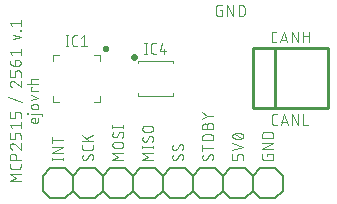
<source format=gbr>
G04 EAGLE Gerber X2 export*
%TF.Part,Single*%
%TF.FileFunction,Legend,Top,1*%
%TF.FilePolarity,Positive*%
%TF.GenerationSoftware,Autodesk,EAGLE,9.0.0*%
%TF.CreationDate,2018-05-02T08:01:06Z*%
G75*
%MOMM*%
%FSLAX34Y34*%
%LPD*%
%AMOC8*
5,1,8,0,0,1.08239X$1,22.5*%
G01*
%ADD10C,0.076200*%
%ADD11C,0.101600*%
%ADD12C,0.300000*%
%ADD13C,0.254000*%
%ADD14C,0.152400*%


D10*
X235977Y144606D02*
X233924Y144606D01*
X233834Y144608D01*
X233745Y144614D01*
X233656Y144624D01*
X233568Y144637D01*
X233480Y144655D01*
X233393Y144676D01*
X233307Y144701D01*
X233222Y144730D01*
X233138Y144762D01*
X233056Y144798D01*
X232976Y144838D01*
X232898Y144881D01*
X232821Y144928D01*
X232746Y144977D01*
X232674Y145030D01*
X232604Y145086D01*
X232537Y145145D01*
X232472Y145207D01*
X232410Y145272D01*
X232351Y145339D01*
X232295Y145409D01*
X232242Y145481D01*
X232193Y145556D01*
X232146Y145633D01*
X232103Y145711D01*
X232063Y145791D01*
X232027Y145873D01*
X231995Y145957D01*
X231966Y146042D01*
X231941Y146128D01*
X231920Y146215D01*
X231902Y146303D01*
X231889Y146391D01*
X231879Y146480D01*
X231873Y146569D01*
X231871Y146659D01*
X231871Y151791D01*
X231873Y151881D01*
X231879Y151970D01*
X231889Y152059D01*
X231902Y152147D01*
X231920Y152235D01*
X231941Y152322D01*
X231966Y152408D01*
X231995Y152493D01*
X232027Y152577D01*
X232063Y152659D01*
X232103Y152739D01*
X232146Y152817D01*
X232193Y152894D01*
X232242Y152969D01*
X232295Y153041D01*
X232351Y153111D01*
X232410Y153178D01*
X232472Y153243D01*
X232537Y153305D01*
X232604Y153364D01*
X232674Y153420D01*
X232746Y153473D01*
X232821Y153522D01*
X232897Y153569D01*
X232976Y153612D01*
X233056Y153652D01*
X233138Y153688D01*
X233222Y153720D01*
X233307Y153749D01*
X233393Y153774D01*
X233480Y153795D01*
X233567Y153813D01*
X233656Y153826D01*
X233745Y153836D01*
X233834Y153842D01*
X233924Y153844D01*
X235977Y153844D01*
X241963Y153844D02*
X238883Y144606D01*
X245042Y144606D02*
X241963Y153844D01*
X244272Y146916D02*
X239653Y146916D01*
X248697Y144606D02*
X248697Y153844D01*
X253829Y144606D01*
X253829Y153844D01*
X258297Y153844D02*
X258297Y144606D01*
X258297Y149738D02*
X263429Y149738D01*
X263429Y153844D02*
X263429Y144606D01*
X236481Y74756D02*
X234429Y74756D01*
X234339Y74758D01*
X234250Y74764D01*
X234161Y74774D01*
X234073Y74787D01*
X233985Y74805D01*
X233898Y74826D01*
X233812Y74851D01*
X233727Y74880D01*
X233643Y74912D01*
X233561Y74948D01*
X233481Y74988D01*
X233403Y75031D01*
X233326Y75078D01*
X233251Y75127D01*
X233179Y75180D01*
X233109Y75236D01*
X233042Y75295D01*
X232977Y75357D01*
X232915Y75422D01*
X232856Y75489D01*
X232800Y75559D01*
X232747Y75631D01*
X232698Y75706D01*
X232651Y75783D01*
X232608Y75861D01*
X232568Y75941D01*
X232532Y76023D01*
X232500Y76107D01*
X232471Y76192D01*
X232446Y76278D01*
X232425Y76365D01*
X232407Y76453D01*
X232394Y76541D01*
X232384Y76630D01*
X232378Y76719D01*
X232376Y76809D01*
X232376Y81941D01*
X232378Y82031D01*
X232384Y82120D01*
X232394Y82209D01*
X232407Y82297D01*
X232425Y82385D01*
X232446Y82472D01*
X232471Y82558D01*
X232500Y82643D01*
X232532Y82727D01*
X232568Y82809D01*
X232608Y82889D01*
X232651Y82967D01*
X232698Y83044D01*
X232747Y83119D01*
X232800Y83191D01*
X232856Y83261D01*
X232915Y83328D01*
X232977Y83393D01*
X233042Y83455D01*
X233109Y83514D01*
X233179Y83570D01*
X233251Y83623D01*
X233326Y83672D01*
X233402Y83719D01*
X233481Y83762D01*
X233561Y83802D01*
X233643Y83838D01*
X233727Y83870D01*
X233812Y83899D01*
X233898Y83924D01*
X233985Y83945D01*
X234072Y83963D01*
X234161Y83976D01*
X234250Y83986D01*
X234339Y83992D01*
X234429Y83994D01*
X236481Y83994D01*
X242467Y83994D02*
X239388Y74756D01*
X245547Y74756D02*
X242467Y83994D01*
X244777Y77066D02*
X240158Y77066D01*
X249201Y74756D02*
X249201Y83994D01*
X254333Y74756D01*
X254333Y83994D01*
X258819Y83994D02*
X258819Y74756D01*
X262924Y74756D01*
X19344Y27027D02*
X10106Y27027D01*
X15238Y30107D01*
X10106Y33186D01*
X19344Y33186D01*
X19344Y39468D02*
X19344Y41521D01*
X19344Y39468D02*
X19342Y39378D01*
X19336Y39289D01*
X19326Y39200D01*
X19313Y39112D01*
X19295Y39024D01*
X19274Y38937D01*
X19249Y38851D01*
X19220Y38766D01*
X19188Y38682D01*
X19152Y38600D01*
X19112Y38520D01*
X19069Y38442D01*
X19022Y38365D01*
X18973Y38290D01*
X18920Y38218D01*
X18864Y38148D01*
X18805Y38081D01*
X18743Y38016D01*
X18678Y37954D01*
X18611Y37895D01*
X18541Y37839D01*
X18469Y37786D01*
X18394Y37737D01*
X18318Y37690D01*
X18239Y37647D01*
X18159Y37607D01*
X18077Y37571D01*
X17993Y37539D01*
X17908Y37510D01*
X17822Y37485D01*
X17735Y37464D01*
X17647Y37446D01*
X17559Y37433D01*
X17470Y37423D01*
X17381Y37417D01*
X17291Y37415D01*
X12159Y37415D01*
X12069Y37417D01*
X11980Y37423D01*
X11891Y37433D01*
X11803Y37446D01*
X11715Y37464D01*
X11628Y37485D01*
X11542Y37510D01*
X11457Y37539D01*
X11373Y37571D01*
X11291Y37607D01*
X11211Y37647D01*
X11133Y37690D01*
X11056Y37737D01*
X10981Y37786D01*
X10909Y37839D01*
X10839Y37895D01*
X10772Y37954D01*
X10707Y38016D01*
X10645Y38081D01*
X10586Y38148D01*
X10530Y38218D01*
X10477Y38290D01*
X10428Y38365D01*
X10381Y38441D01*
X10338Y38520D01*
X10298Y38600D01*
X10262Y38682D01*
X10230Y38766D01*
X10201Y38851D01*
X10176Y38937D01*
X10155Y39024D01*
X10137Y39111D01*
X10124Y39200D01*
X10114Y39289D01*
X10108Y39378D01*
X10106Y39468D01*
X10106Y41521D01*
X10106Y45371D02*
X19344Y45371D01*
X10106Y45371D02*
X10106Y47937D01*
X10108Y48036D01*
X10114Y48136D01*
X10123Y48235D01*
X10137Y48333D01*
X10154Y48431D01*
X10175Y48529D01*
X10200Y48625D01*
X10229Y48720D01*
X10261Y48815D01*
X10297Y48907D01*
X10336Y48999D01*
X10379Y49089D01*
X10425Y49177D01*
X10475Y49263D01*
X10528Y49347D01*
X10584Y49429D01*
X10644Y49509D01*
X10706Y49586D01*
X10772Y49661D01*
X10840Y49734D01*
X10911Y49803D01*
X10985Y49870D01*
X11061Y49934D01*
X11140Y49995D01*
X11221Y50053D01*
X11304Y50108D01*
X11389Y50159D01*
X11476Y50207D01*
X11565Y50252D01*
X11656Y50293D01*
X11748Y50331D01*
X11841Y50365D01*
X11936Y50395D01*
X12032Y50422D01*
X12129Y50445D01*
X12226Y50464D01*
X12325Y50479D01*
X12424Y50491D01*
X12523Y50499D01*
X12622Y50503D01*
X12722Y50503D01*
X12821Y50499D01*
X12920Y50491D01*
X13019Y50479D01*
X13118Y50464D01*
X13215Y50445D01*
X13312Y50422D01*
X13408Y50395D01*
X13503Y50365D01*
X13596Y50331D01*
X13688Y50293D01*
X13779Y50252D01*
X13868Y50207D01*
X13955Y50159D01*
X14040Y50108D01*
X14123Y50053D01*
X14204Y49995D01*
X14283Y49934D01*
X14359Y49870D01*
X14433Y49803D01*
X14504Y49734D01*
X14572Y49661D01*
X14638Y49586D01*
X14700Y49509D01*
X14760Y49429D01*
X14816Y49347D01*
X14869Y49263D01*
X14919Y49177D01*
X14965Y49089D01*
X15008Y48999D01*
X15047Y48907D01*
X15083Y48815D01*
X15115Y48720D01*
X15144Y48625D01*
X15169Y48529D01*
X15190Y48431D01*
X15207Y48333D01*
X15221Y48235D01*
X15230Y48136D01*
X15236Y48036D01*
X15238Y47937D01*
X15238Y45371D01*
X10106Y56763D02*
X10108Y56859D01*
X10114Y56954D01*
X10124Y57049D01*
X10138Y57143D01*
X10155Y57237D01*
X10177Y57330D01*
X10202Y57422D01*
X10231Y57513D01*
X10264Y57603D01*
X10301Y57691D01*
X10341Y57778D01*
X10384Y57862D01*
X10432Y57945D01*
X10482Y58026D01*
X10536Y58105D01*
X10593Y58182D01*
X10653Y58256D01*
X10717Y58328D01*
X10783Y58396D01*
X10852Y58463D01*
X10923Y58526D01*
X10997Y58586D01*
X11074Y58643D01*
X11153Y58697D01*
X11234Y58747D01*
X11317Y58795D01*
X11401Y58838D01*
X11488Y58878D01*
X11576Y58915D01*
X11666Y58948D01*
X11757Y58977D01*
X11849Y59002D01*
X11942Y59024D01*
X12036Y59041D01*
X12130Y59055D01*
X12225Y59065D01*
X12321Y59071D01*
X12416Y59073D01*
X10106Y56763D02*
X10108Y56657D01*
X10114Y56550D01*
X10123Y56444D01*
X10137Y56338D01*
X10154Y56233D01*
X10175Y56128D01*
X10199Y56025D01*
X10228Y55922D01*
X10260Y55820D01*
X10295Y55720D01*
X10335Y55621D01*
X10378Y55523D01*
X10424Y55427D01*
X10474Y55333D01*
X10527Y55240D01*
X10583Y55150D01*
X10643Y55061D01*
X10705Y54975D01*
X10771Y54891D01*
X10840Y54810D01*
X10911Y54731D01*
X10986Y54654D01*
X11063Y54581D01*
X11143Y54510D01*
X11225Y54442D01*
X11309Y54377D01*
X11396Y54315D01*
X11485Y54257D01*
X11576Y54201D01*
X11669Y54149D01*
X11764Y54100D01*
X11861Y54055D01*
X11959Y54013D01*
X12058Y53975D01*
X12159Y53940D01*
X14213Y58303D02*
X14145Y58371D01*
X14075Y58436D01*
X14003Y58499D01*
X13928Y58559D01*
X13851Y58616D01*
X13772Y58669D01*
X13691Y58720D01*
X13608Y58768D01*
X13524Y58812D01*
X13437Y58853D01*
X13349Y58891D01*
X13260Y58925D01*
X13169Y58956D01*
X13078Y58983D01*
X12985Y59007D01*
X12891Y59027D01*
X12797Y59044D01*
X12702Y59056D01*
X12607Y59066D01*
X12512Y59071D01*
X12416Y59073D01*
X14212Y58303D02*
X19344Y53941D01*
X19344Y59073D01*
X19344Y62941D02*
X19344Y66020D01*
X19342Y66110D01*
X19336Y66199D01*
X19326Y66288D01*
X19313Y66376D01*
X19295Y66464D01*
X19274Y66551D01*
X19249Y66637D01*
X19220Y66722D01*
X19188Y66806D01*
X19152Y66888D01*
X19112Y66968D01*
X19069Y67047D01*
X19022Y67123D01*
X18973Y67198D01*
X18920Y67270D01*
X18864Y67340D01*
X18805Y67407D01*
X18743Y67472D01*
X18678Y67534D01*
X18611Y67593D01*
X18541Y67649D01*
X18469Y67702D01*
X18394Y67751D01*
X18318Y67798D01*
X18239Y67841D01*
X18159Y67881D01*
X18077Y67917D01*
X17993Y67949D01*
X17908Y67978D01*
X17822Y68003D01*
X17735Y68024D01*
X17647Y68042D01*
X17559Y68055D01*
X17470Y68065D01*
X17381Y68071D01*
X17291Y68073D01*
X16265Y68073D01*
X16175Y68071D01*
X16086Y68065D01*
X15997Y68055D01*
X15909Y68042D01*
X15821Y68024D01*
X15734Y68003D01*
X15648Y67978D01*
X15563Y67949D01*
X15479Y67917D01*
X15397Y67881D01*
X15317Y67841D01*
X15239Y67798D01*
X15162Y67751D01*
X15087Y67702D01*
X15015Y67649D01*
X14945Y67593D01*
X14878Y67534D01*
X14813Y67472D01*
X14751Y67407D01*
X14692Y67340D01*
X14636Y67270D01*
X14583Y67198D01*
X14534Y67123D01*
X14487Y67047D01*
X14444Y66968D01*
X14404Y66888D01*
X14368Y66806D01*
X14336Y66722D01*
X14307Y66637D01*
X14282Y66551D01*
X14261Y66464D01*
X14243Y66377D01*
X14230Y66288D01*
X14220Y66199D01*
X14214Y66110D01*
X14212Y66020D01*
X14212Y62941D01*
X10106Y62941D01*
X10106Y68073D01*
X12159Y71941D02*
X10106Y74507D01*
X19344Y74507D01*
X19344Y71941D02*
X19344Y77073D01*
X19344Y80941D02*
X19344Y84020D01*
X19342Y84110D01*
X19336Y84199D01*
X19326Y84288D01*
X19313Y84376D01*
X19295Y84464D01*
X19274Y84551D01*
X19249Y84637D01*
X19220Y84722D01*
X19188Y84806D01*
X19152Y84888D01*
X19112Y84968D01*
X19069Y85047D01*
X19022Y85123D01*
X18973Y85198D01*
X18920Y85270D01*
X18864Y85340D01*
X18805Y85407D01*
X18743Y85472D01*
X18678Y85534D01*
X18611Y85593D01*
X18541Y85649D01*
X18469Y85702D01*
X18394Y85751D01*
X18318Y85798D01*
X18239Y85841D01*
X18159Y85881D01*
X18077Y85917D01*
X17993Y85949D01*
X17908Y85978D01*
X17822Y86003D01*
X17735Y86024D01*
X17647Y86042D01*
X17559Y86055D01*
X17470Y86065D01*
X17381Y86071D01*
X17291Y86073D01*
X16265Y86073D01*
X16175Y86071D01*
X16086Y86065D01*
X15997Y86055D01*
X15909Y86042D01*
X15821Y86024D01*
X15734Y86003D01*
X15648Y85978D01*
X15563Y85949D01*
X15479Y85917D01*
X15397Y85881D01*
X15317Y85841D01*
X15239Y85798D01*
X15162Y85751D01*
X15087Y85702D01*
X15015Y85649D01*
X14945Y85593D01*
X14878Y85534D01*
X14813Y85472D01*
X14751Y85407D01*
X14692Y85340D01*
X14636Y85270D01*
X14583Y85198D01*
X14534Y85123D01*
X14487Y85047D01*
X14444Y84968D01*
X14404Y84888D01*
X14368Y84806D01*
X14336Y84722D01*
X14307Y84637D01*
X14282Y84551D01*
X14261Y84464D01*
X14243Y84377D01*
X14230Y84288D01*
X14220Y84199D01*
X14214Y84110D01*
X14212Y84020D01*
X14212Y80941D01*
X10106Y80941D01*
X10106Y86073D01*
X9080Y98459D02*
X20370Y94354D01*
X10106Y109563D02*
X10108Y109659D01*
X10114Y109754D01*
X10124Y109849D01*
X10138Y109943D01*
X10155Y110037D01*
X10177Y110130D01*
X10202Y110222D01*
X10231Y110313D01*
X10264Y110403D01*
X10301Y110491D01*
X10341Y110578D01*
X10384Y110662D01*
X10432Y110745D01*
X10482Y110826D01*
X10536Y110905D01*
X10593Y110982D01*
X10653Y111056D01*
X10717Y111128D01*
X10783Y111196D01*
X10852Y111263D01*
X10923Y111326D01*
X10997Y111386D01*
X11074Y111443D01*
X11153Y111497D01*
X11234Y111547D01*
X11317Y111595D01*
X11401Y111638D01*
X11488Y111678D01*
X11576Y111715D01*
X11666Y111748D01*
X11757Y111777D01*
X11849Y111802D01*
X11942Y111824D01*
X12036Y111841D01*
X12130Y111855D01*
X12225Y111865D01*
X12321Y111871D01*
X12416Y111873D01*
X10106Y109563D02*
X10108Y109457D01*
X10114Y109350D01*
X10123Y109244D01*
X10137Y109138D01*
X10154Y109033D01*
X10175Y108928D01*
X10199Y108825D01*
X10228Y108722D01*
X10260Y108620D01*
X10295Y108520D01*
X10335Y108421D01*
X10378Y108323D01*
X10424Y108227D01*
X10474Y108133D01*
X10527Y108040D01*
X10583Y107950D01*
X10643Y107861D01*
X10705Y107775D01*
X10771Y107691D01*
X10840Y107610D01*
X10911Y107531D01*
X10986Y107454D01*
X11063Y107381D01*
X11143Y107310D01*
X11225Y107242D01*
X11309Y107177D01*
X11396Y107115D01*
X11485Y107057D01*
X11576Y107001D01*
X11669Y106949D01*
X11764Y106900D01*
X11861Y106855D01*
X11959Y106813D01*
X12058Y106775D01*
X12159Y106740D01*
X14213Y111103D02*
X14145Y111171D01*
X14075Y111236D01*
X14003Y111299D01*
X13928Y111359D01*
X13851Y111416D01*
X13772Y111469D01*
X13691Y111520D01*
X13608Y111568D01*
X13524Y111612D01*
X13437Y111653D01*
X13349Y111691D01*
X13260Y111725D01*
X13169Y111756D01*
X13078Y111783D01*
X12985Y111807D01*
X12891Y111827D01*
X12797Y111844D01*
X12702Y111856D01*
X12607Y111866D01*
X12512Y111871D01*
X12416Y111873D01*
X14212Y111103D02*
X19344Y106740D01*
X19344Y111873D01*
X19344Y115740D02*
X19344Y118820D01*
X19342Y118910D01*
X19336Y118999D01*
X19326Y119088D01*
X19313Y119176D01*
X19295Y119264D01*
X19274Y119351D01*
X19249Y119437D01*
X19220Y119522D01*
X19188Y119606D01*
X19152Y119688D01*
X19112Y119768D01*
X19069Y119847D01*
X19022Y119923D01*
X18973Y119998D01*
X18920Y120070D01*
X18864Y120140D01*
X18805Y120207D01*
X18743Y120272D01*
X18678Y120334D01*
X18611Y120393D01*
X18541Y120449D01*
X18469Y120502D01*
X18394Y120551D01*
X18318Y120598D01*
X18239Y120641D01*
X18159Y120681D01*
X18077Y120717D01*
X17993Y120749D01*
X17908Y120778D01*
X17822Y120803D01*
X17735Y120824D01*
X17647Y120842D01*
X17559Y120855D01*
X17470Y120865D01*
X17381Y120871D01*
X17291Y120873D01*
X16265Y120873D01*
X16175Y120871D01*
X16086Y120865D01*
X15997Y120855D01*
X15909Y120842D01*
X15821Y120824D01*
X15734Y120803D01*
X15648Y120778D01*
X15563Y120749D01*
X15479Y120717D01*
X15397Y120681D01*
X15317Y120641D01*
X15239Y120598D01*
X15162Y120551D01*
X15087Y120502D01*
X15015Y120449D01*
X14945Y120393D01*
X14878Y120334D01*
X14813Y120272D01*
X14751Y120207D01*
X14692Y120140D01*
X14636Y120070D01*
X14583Y119998D01*
X14534Y119923D01*
X14487Y119847D01*
X14444Y119768D01*
X14404Y119688D01*
X14368Y119606D01*
X14336Y119522D01*
X14307Y119437D01*
X14282Y119351D01*
X14261Y119264D01*
X14243Y119177D01*
X14230Y119088D01*
X14220Y118999D01*
X14214Y118910D01*
X14212Y118820D01*
X14212Y115740D01*
X10106Y115740D01*
X10106Y120873D01*
X14212Y124740D02*
X14212Y127820D01*
X14214Y127910D01*
X14220Y127999D01*
X14230Y128088D01*
X14243Y128177D01*
X14261Y128264D01*
X14282Y128351D01*
X14307Y128437D01*
X14336Y128522D01*
X14368Y128606D01*
X14404Y128688D01*
X14444Y128768D01*
X14487Y128847D01*
X14534Y128923D01*
X14583Y128998D01*
X14636Y129070D01*
X14692Y129140D01*
X14751Y129207D01*
X14813Y129272D01*
X14878Y129334D01*
X14945Y129393D01*
X15015Y129449D01*
X15087Y129502D01*
X15162Y129551D01*
X15239Y129598D01*
X15317Y129641D01*
X15397Y129681D01*
X15479Y129717D01*
X15563Y129749D01*
X15648Y129778D01*
X15734Y129803D01*
X15821Y129824D01*
X15909Y129842D01*
X15997Y129855D01*
X16086Y129865D01*
X16175Y129871D01*
X16265Y129873D01*
X16778Y129873D01*
X16877Y129871D01*
X16977Y129865D01*
X17076Y129856D01*
X17174Y129842D01*
X17272Y129825D01*
X17370Y129804D01*
X17466Y129779D01*
X17561Y129750D01*
X17656Y129718D01*
X17748Y129682D01*
X17840Y129643D01*
X17930Y129600D01*
X18018Y129554D01*
X18104Y129504D01*
X18188Y129451D01*
X18270Y129395D01*
X18350Y129335D01*
X18427Y129273D01*
X18502Y129207D01*
X18575Y129139D01*
X18644Y129068D01*
X18711Y128994D01*
X18775Y128918D01*
X18836Y128839D01*
X18894Y128758D01*
X18949Y128675D01*
X19000Y128590D01*
X19048Y128503D01*
X19093Y128414D01*
X19134Y128323D01*
X19172Y128231D01*
X19206Y128138D01*
X19236Y128043D01*
X19263Y127947D01*
X19286Y127850D01*
X19305Y127753D01*
X19320Y127654D01*
X19332Y127555D01*
X19340Y127456D01*
X19344Y127357D01*
X19344Y127257D01*
X19340Y127158D01*
X19332Y127059D01*
X19320Y126960D01*
X19305Y126861D01*
X19286Y126764D01*
X19263Y126667D01*
X19236Y126571D01*
X19206Y126476D01*
X19172Y126383D01*
X19134Y126291D01*
X19093Y126200D01*
X19048Y126111D01*
X19000Y126024D01*
X18949Y125939D01*
X18894Y125856D01*
X18836Y125775D01*
X18775Y125696D01*
X18711Y125620D01*
X18644Y125546D01*
X18575Y125475D01*
X18502Y125407D01*
X18427Y125341D01*
X18350Y125279D01*
X18270Y125219D01*
X18188Y125163D01*
X18104Y125110D01*
X18018Y125060D01*
X17930Y125014D01*
X17840Y124971D01*
X17748Y124932D01*
X17656Y124896D01*
X17561Y124864D01*
X17466Y124835D01*
X17370Y124810D01*
X17272Y124789D01*
X17174Y124772D01*
X17076Y124758D01*
X16977Y124749D01*
X16877Y124743D01*
X16778Y124741D01*
X16778Y124740D02*
X14212Y124740D01*
X14086Y124742D01*
X13959Y124748D01*
X13833Y124758D01*
X13707Y124771D01*
X13582Y124789D01*
X13458Y124810D01*
X13334Y124835D01*
X13210Y124864D01*
X13088Y124897D01*
X12967Y124933D01*
X12847Y124973D01*
X12729Y125017D01*
X12612Y125065D01*
X12496Y125116D01*
X12382Y125170D01*
X12269Y125229D01*
X12159Y125290D01*
X12050Y125355D01*
X11944Y125423D01*
X11840Y125495D01*
X11738Y125569D01*
X11638Y125647D01*
X11541Y125728D01*
X11446Y125812D01*
X11354Y125898D01*
X11264Y125988D01*
X11178Y126080D01*
X11094Y126175D01*
X11013Y126272D01*
X10935Y126372D01*
X10861Y126474D01*
X10789Y126578D01*
X10721Y126684D01*
X10656Y126793D01*
X10595Y126903D01*
X10536Y127016D01*
X10482Y127130D01*
X10431Y127245D01*
X10383Y127363D01*
X10339Y127481D01*
X10299Y127601D01*
X10263Y127722D01*
X10230Y127844D01*
X10201Y127968D01*
X10176Y128091D01*
X10155Y128216D01*
X10137Y128341D01*
X10124Y128467D01*
X10114Y128593D01*
X10108Y128719D01*
X10106Y128846D01*
X12159Y133740D02*
X10106Y136306D01*
X19344Y136306D01*
X19344Y133740D02*
X19344Y138873D01*
X13185Y147154D02*
X19344Y149206D01*
X13185Y151259D01*
X18831Y154350D02*
X19344Y154350D01*
X18831Y154350D02*
X18831Y154863D01*
X19344Y154863D01*
X19344Y154350D01*
X12159Y158340D02*
X10106Y160906D01*
X19344Y160906D01*
X19344Y158340D02*
X19344Y163473D01*
X34344Y80803D02*
X34344Y78237D01*
X34342Y78159D01*
X34336Y78081D01*
X34326Y78004D01*
X34312Y77927D01*
X34295Y77851D01*
X34273Y77776D01*
X34248Y77702D01*
X34219Y77630D01*
X34187Y77559D01*
X34150Y77490D01*
X34111Y77422D01*
X34068Y77357D01*
X34022Y77294D01*
X33972Y77234D01*
X33920Y77176D01*
X33865Y77121D01*
X33807Y77069D01*
X33747Y77019D01*
X33684Y76973D01*
X33619Y76930D01*
X33551Y76891D01*
X33482Y76854D01*
X33411Y76822D01*
X33339Y76793D01*
X33265Y76768D01*
X33190Y76746D01*
X33114Y76729D01*
X33037Y76715D01*
X32960Y76705D01*
X32882Y76699D01*
X32804Y76697D01*
X30238Y76697D01*
X30148Y76699D01*
X30059Y76705D01*
X29970Y76715D01*
X29882Y76728D01*
X29794Y76746D01*
X29707Y76767D01*
X29621Y76792D01*
X29536Y76821D01*
X29452Y76853D01*
X29370Y76889D01*
X29290Y76929D01*
X29211Y76972D01*
X29135Y77019D01*
X29060Y77068D01*
X28988Y77121D01*
X28918Y77177D01*
X28851Y77236D01*
X28786Y77298D01*
X28724Y77363D01*
X28665Y77430D01*
X28609Y77500D01*
X28556Y77572D01*
X28507Y77647D01*
X28460Y77724D01*
X28417Y77802D01*
X28377Y77882D01*
X28341Y77964D01*
X28309Y78048D01*
X28280Y78133D01*
X28255Y78219D01*
X28234Y78306D01*
X28216Y78394D01*
X28203Y78482D01*
X28193Y78571D01*
X28187Y78660D01*
X28185Y78750D01*
X28187Y78840D01*
X28193Y78929D01*
X28203Y79018D01*
X28216Y79106D01*
X28234Y79194D01*
X28255Y79281D01*
X28280Y79367D01*
X28309Y79452D01*
X28341Y79536D01*
X28377Y79618D01*
X28417Y79698D01*
X28460Y79777D01*
X28507Y79853D01*
X28556Y79928D01*
X28609Y80000D01*
X28665Y80070D01*
X28724Y80137D01*
X28786Y80202D01*
X28851Y80264D01*
X28918Y80323D01*
X28988Y80379D01*
X29060Y80432D01*
X29135Y80481D01*
X29212Y80528D01*
X29290Y80571D01*
X29370Y80611D01*
X29452Y80647D01*
X29536Y80679D01*
X29621Y80708D01*
X29707Y80733D01*
X29794Y80754D01*
X29882Y80772D01*
X29970Y80785D01*
X30059Y80795D01*
X30148Y80801D01*
X30238Y80803D01*
X31265Y80803D01*
X31265Y76697D01*
X28185Y84298D02*
X35884Y84298D01*
X35960Y84296D01*
X36035Y84291D01*
X36110Y84281D01*
X36184Y84268D01*
X36258Y84252D01*
X36331Y84232D01*
X36403Y84208D01*
X36473Y84181D01*
X36542Y84150D01*
X36610Y84116D01*
X36676Y84079D01*
X36740Y84038D01*
X36801Y83995D01*
X36861Y83948D01*
X36918Y83899D01*
X36973Y83847D01*
X37025Y83792D01*
X37074Y83735D01*
X37121Y83675D01*
X37164Y83614D01*
X37205Y83550D01*
X37242Y83484D01*
X37276Y83416D01*
X37307Y83347D01*
X37334Y83277D01*
X37358Y83205D01*
X37378Y83132D01*
X37394Y83058D01*
X37407Y82984D01*
X37417Y82909D01*
X37422Y82834D01*
X37424Y82758D01*
X37423Y82758D02*
X37423Y82245D01*
X25619Y84042D02*
X25106Y84042D01*
X25106Y84555D01*
X25619Y84555D01*
X25619Y84042D01*
X30238Y88097D02*
X32291Y88097D01*
X30238Y88097D02*
X30148Y88099D01*
X30059Y88105D01*
X29970Y88115D01*
X29882Y88128D01*
X29794Y88146D01*
X29707Y88167D01*
X29621Y88192D01*
X29536Y88221D01*
X29452Y88253D01*
X29370Y88289D01*
X29290Y88329D01*
X29211Y88372D01*
X29135Y88419D01*
X29060Y88468D01*
X28988Y88521D01*
X28918Y88577D01*
X28851Y88636D01*
X28786Y88698D01*
X28724Y88763D01*
X28665Y88830D01*
X28609Y88900D01*
X28556Y88972D01*
X28507Y89047D01*
X28460Y89124D01*
X28417Y89202D01*
X28377Y89282D01*
X28341Y89364D01*
X28309Y89448D01*
X28280Y89533D01*
X28255Y89619D01*
X28234Y89706D01*
X28216Y89794D01*
X28203Y89882D01*
X28193Y89971D01*
X28187Y90060D01*
X28185Y90150D01*
X28187Y90240D01*
X28193Y90329D01*
X28203Y90418D01*
X28216Y90506D01*
X28234Y90594D01*
X28255Y90681D01*
X28280Y90767D01*
X28309Y90852D01*
X28341Y90936D01*
X28377Y91018D01*
X28417Y91098D01*
X28460Y91177D01*
X28507Y91253D01*
X28556Y91328D01*
X28609Y91400D01*
X28665Y91470D01*
X28724Y91537D01*
X28786Y91602D01*
X28851Y91664D01*
X28918Y91723D01*
X28988Y91779D01*
X29060Y91832D01*
X29135Y91881D01*
X29212Y91928D01*
X29290Y91971D01*
X29370Y92011D01*
X29452Y92047D01*
X29536Y92079D01*
X29621Y92108D01*
X29707Y92133D01*
X29794Y92154D01*
X29882Y92172D01*
X29970Y92185D01*
X30059Y92195D01*
X30148Y92201D01*
X30238Y92203D01*
X32291Y92203D01*
X32381Y92201D01*
X32470Y92195D01*
X32559Y92185D01*
X32647Y92172D01*
X32735Y92154D01*
X32822Y92133D01*
X32908Y92108D01*
X32993Y92079D01*
X33077Y92047D01*
X33159Y92011D01*
X33239Y91971D01*
X33318Y91928D01*
X33394Y91881D01*
X33469Y91832D01*
X33541Y91779D01*
X33611Y91723D01*
X33678Y91664D01*
X33743Y91602D01*
X33805Y91537D01*
X33864Y91470D01*
X33920Y91400D01*
X33973Y91328D01*
X34022Y91253D01*
X34069Y91177D01*
X34112Y91098D01*
X34152Y91018D01*
X34188Y90936D01*
X34220Y90852D01*
X34249Y90767D01*
X34274Y90681D01*
X34295Y90594D01*
X34313Y90506D01*
X34326Y90418D01*
X34336Y90329D01*
X34342Y90240D01*
X34344Y90150D01*
X34342Y90060D01*
X34336Y89971D01*
X34326Y89882D01*
X34313Y89794D01*
X34295Y89706D01*
X34274Y89619D01*
X34249Y89533D01*
X34220Y89448D01*
X34188Y89364D01*
X34152Y89282D01*
X34112Y89202D01*
X34069Y89124D01*
X34022Y89047D01*
X33973Y88972D01*
X33920Y88900D01*
X33864Y88830D01*
X33805Y88763D01*
X33743Y88698D01*
X33678Y88636D01*
X33611Y88577D01*
X33541Y88521D01*
X33469Y88468D01*
X33394Y88419D01*
X33318Y88372D01*
X33239Y88329D01*
X33159Y88289D01*
X33077Y88253D01*
X32993Y88221D01*
X32908Y88192D01*
X32822Y88167D01*
X32735Y88146D01*
X32647Y88128D01*
X32559Y88115D01*
X32470Y88105D01*
X32381Y88099D01*
X32291Y88097D01*
X28185Y95597D02*
X34344Y97650D01*
X28185Y99703D01*
X28185Y103448D02*
X34344Y103448D01*
X28185Y103448D02*
X28185Y106527D01*
X29212Y106527D01*
X25106Y109697D02*
X34344Y109697D01*
X28185Y109697D02*
X28185Y112263D01*
X28187Y112339D01*
X28192Y112414D01*
X28202Y112489D01*
X28215Y112563D01*
X28231Y112637D01*
X28251Y112710D01*
X28275Y112782D01*
X28302Y112852D01*
X28333Y112921D01*
X28367Y112989D01*
X28404Y113055D01*
X28445Y113119D01*
X28488Y113180D01*
X28535Y113240D01*
X28584Y113297D01*
X28636Y113352D01*
X28691Y113404D01*
X28748Y113453D01*
X28808Y113500D01*
X28869Y113543D01*
X28933Y113584D01*
X28999Y113621D01*
X29067Y113655D01*
X29136Y113686D01*
X29206Y113713D01*
X29278Y113737D01*
X29351Y113757D01*
X29425Y113773D01*
X29499Y113786D01*
X29574Y113796D01*
X29649Y113801D01*
X29725Y113803D01*
X34344Y113803D01*
X46181Y45857D02*
X55419Y45857D01*
X55419Y44831D02*
X55419Y46884D01*
X46181Y46884D02*
X46181Y44831D01*
X46181Y50791D02*
X55419Y50791D01*
X55419Y55924D02*
X46181Y50791D01*
X46181Y55924D02*
X55419Y55924D01*
X55419Y62057D02*
X46181Y62057D01*
X46181Y59491D02*
X46181Y64624D01*
X78766Y49963D02*
X78856Y49961D01*
X78945Y49955D01*
X79034Y49945D01*
X79122Y49932D01*
X79210Y49914D01*
X79297Y49893D01*
X79383Y49868D01*
X79468Y49839D01*
X79552Y49807D01*
X79634Y49771D01*
X79714Y49731D01*
X79793Y49688D01*
X79869Y49641D01*
X79944Y49592D01*
X80016Y49539D01*
X80086Y49483D01*
X80153Y49424D01*
X80218Y49362D01*
X80280Y49297D01*
X80339Y49230D01*
X80395Y49160D01*
X80448Y49088D01*
X80497Y49013D01*
X80544Y48937D01*
X80587Y48858D01*
X80627Y48778D01*
X80663Y48696D01*
X80695Y48612D01*
X80724Y48527D01*
X80749Y48441D01*
X80770Y48354D01*
X80788Y48266D01*
X80801Y48178D01*
X80811Y48089D01*
X80817Y48000D01*
X80819Y47910D01*
X80817Y47783D01*
X80812Y47656D01*
X80802Y47530D01*
X80789Y47404D01*
X80773Y47278D01*
X80752Y47153D01*
X80728Y47028D01*
X80701Y46905D01*
X80670Y46782D01*
X80635Y46660D01*
X80597Y46539D01*
X80555Y46419D01*
X80509Y46301D01*
X80461Y46184D01*
X80408Y46068D01*
X80353Y45954D01*
X80294Y45842D01*
X80232Y45731D01*
X80167Y45622D01*
X80098Y45516D01*
X80027Y45411D01*
X79952Y45308D01*
X79874Y45208D01*
X79794Y45110D01*
X79711Y45014D01*
X79625Y44921D01*
X79536Y44831D01*
X73634Y45088D02*
X73544Y45090D01*
X73455Y45096D01*
X73366Y45106D01*
X73278Y45119D01*
X73190Y45137D01*
X73103Y45158D01*
X73017Y45183D01*
X72932Y45212D01*
X72848Y45244D01*
X72766Y45280D01*
X72686Y45320D01*
X72608Y45363D01*
X72531Y45410D01*
X72456Y45459D01*
X72384Y45512D01*
X72314Y45568D01*
X72247Y45627D01*
X72182Y45689D01*
X72120Y45754D01*
X72061Y45821D01*
X72005Y45891D01*
X71952Y45963D01*
X71903Y46038D01*
X71856Y46115D01*
X71813Y46193D01*
X71773Y46273D01*
X71737Y46355D01*
X71705Y46439D01*
X71676Y46524D01*
X71651Y46610D01*
X71630Y46697D01*
X71612Y46785D01*
X71599Y46873D01*
X71589Y46962D01*
X71583Y47051D01*
X71581Y47141D01*
X71583Y47265D01*
X71589Y47389D01*
X71599Y47512D01*
X71613Y47635D01*
X71631Y47758D01*
X71653Y47879D01*
X71678Y48001D01*
X71708Y48121D01*
X71741Y48240D01*
X71779Y48358D01*
X71820Y48475D01*
X71864Y48590D01*
X71913Y48704D01*
X71965Y48817D01*
X72021Y48927D01*
X72080Y49036D01*
X72143Y49143D01*
X72209Y49248D01*
X72278Y49350D01*
X72351Y49450D01*
X75430Y46114D02*
X75383Y46038D01*
X75332Y45963D01*
X75278Y45891D01*
X75221Y45821D01*
X75161Y45754D01*
X75098Y45689D01*
X75033Y45627D01*
X74965Y45568D01*
X74894Y45512D01*
X74821Y45459D01*
X74746Y45409D01*
X74668Y45363D01*
X74589Y45320D01*
X74508Y45280D01*
X74425Y45244D01*
X74341Y45212D01*
X74256Y45183D01*
X74169Y45158D01*
X74082Y45137D01*
X73993Y45119D01*
X73904Y45106D01*
X73814Y45096D01*
X73724Y45090D01*
X73634Y45088D01*
X76970Y48937D02*
X77017Y49013D01*
X77068Y49088D01*
X77122Y49160D01*
X77179Y49230D01*
X77239Y49297D01*
X77302Y49362D01*
X77367Y49424D01*
X77435Y49483D01*
X77506Y49539D01*
X77579Y49592D01*
X77654Y49642D01*
X77732Y49688D01*
X77811Y49731D01*
X77892Y49771D01*
X77975Y49807D01*
X78059Y49839D01*
X78144Y49868D01*
X78231Y49893D01*
X78319Y49914D01*
X78407Y49932D01*
X78496Y49945D01*
X78586Y49955D01*
X78676Y49961D01*
X78766Y49963D01*
X76970Y48937D02*
X75430Y46114D01*
X80819Y55558D02*
X80819Y57611D01*
X80819Y55558D02*
X80817Y55468D01*
X80811Y55379D01*
X80801Y55290D01*
X80788Y55202D01*
X80770Y55114D01*
X80749Y55027D01*
X80724Y54941D01*
X80695Y54856D01*
X80663Y54772D01*
X80627Y54690D01*
X80587Y54610D01*
X80544Y54532D01*
X80497Y54455D01*
X80448Y54380D01*
X80395Y54308D01*
X80339Y54238D01*
X80280Y54171D01*
X80218Y54106D01*
X80153Y54044D01*
X80086Y53985D01*
X80016Y53929D01*
X79944Y53876D01*
X79869Y53827D01*
X79793Y53780D01*
X79714Y53737D01*
X79634Y53697D01*
X79552Y53661D01*
X79468Y53629D01*
X79383Y53600D01*
X79297Y53575D01*
X79210Y53554D01*
X79122Y53536D01*
X79034Y53523D01*
X78945Y53513D01*
X78856Y53507D01*
X78766Y53505D01*
X73634Y53505D01*
X73544Y53507D01*
X73455Y53513D01*
X73366Y53523D01*
X73278Y53536D01*
X73190Y53554D01*
X73103Y53575D01*
X73017Y53600D01*
X72932Y53629D01*
X72848Y53661D01*
X72766Y53697D01*
X72686Y53737D01*
X72608Y53780D01*
X72531Y53827D01*
X72456Y53876D01*
X72384Y53929D01*
X72314Y53985D01*
X72247Y54044D01*
X72182Y54106D01*
X72120Y54171D01*
X72061Y54238D01*
X72005Y54308D01*
X71952Y54380D01*
X71903Y54455D01*
X71856Y54531D01*
X71813Y54610D01*
X71773Y54690D01*
X71737Y54772D01*
X71705Y54856D01*
X71676Y54941D01*
X71651Y55027D01*
X71630Y55114D01*
X71612Y55201D01*
X71599Y55290D01*
X71589Y55379D01*
X71583Y55468D01*
X71581Y55558D01*
X71581Y57611D01*
X71581Y61461D02*
X80819Y61461D01*
X77226Y61461D02*
X71581Y66593D01*
X75174Y63514D02*
X80819Y66593D01*
X122381Y44831D02*
X131619Y44831D01*
X127513Y47910D02*
X122381Y44831D01*
X127513Y47910D02*
X122381Y50990D01*
X131619Y50990D01*
X131619Y56010D02*
X122381Y56010D01*
X131619Y54984D02*
X131619Y57037D01*
X122381Y57037D02*
X122381Y54984D01*
X131619Y63424D02*
X131617Y63514D01*
X131611Y63603D01*
X131601Y63692D01*
X131588Y63780D01*
X131570Y63868D01*
X131549Y63955D01*
X131524Y64041D01*
X131495Y64126D01*
X131463Y64210D01*
X131427Y64292D01*
X131387Y64372D01*
X131344Y64451D01*
X131297Y64527D01*
X131248Y64602D01*
X131195Y64674D01*
X131139Y64744D01*
X131080Y64811D01*
X131018Y64876D01*
X130953Y64938D01*
X130886Y64997D01*
X130816Y65053D01*
X130744Y65106D01*
X130669Y65155D01*
X130593Y65202D01*
X130514Y65245D01*
X130434Y65285D01*
X130352Y65321D01*
X130268Y65353D01*
X130183Y65382D01*
X130097Y65407D01*
X130010Y65428D01*
X129922Y65446D01*
X129834Y65459D01*
X129745Y65469D01*
X129656Y65475D01*
X129566Y65477D01*
X131619Y63424D02*
X131617Y63297D01*
X131612Y63170D01*
X131602Y63044D01*
X131589Y62918D01*
X131573Y62792D01*
X131552Y62667D01*
X131528Y62542D01*
X131501Y62419D01*
X131470Y62296D01*
X131435Y62174D01*
X131397Y62053D01*
X131355Y61933D01*
X131309Y61815D01*
X131261Y61698D01*
X131208Y61582D01*
X131153Y61468D01*
X131094Y61356D01*
X131032Y61245D01*
X130967Y61136D01*
X130898Y61030D01*
X130827Y60925D01*
X130752Y60822D01*
X130674Y60722D01*
X130594Y60624D01*
X130511Y60528D01*
X130425Y60435D01*
X130336Y60345D01*
X124434Y60601D02*
X124344Y60603D01*
X124255Y60609D01*
X124166Y60619D01*
X124078Y60632D01*
X123990Y60650D01*
X123903Y60671D01*
X123817Y60696D01*
X123732Y60725D01*
X123648Y60757D01*
X123566Y60793D01*
X123486Y60833D01*
X123408Y60876D01*
X123331Y60923D01*
X123256Y60972D01*
X123184Y61025D01*
X123114Y61081D01*
X123047Y61140D01*
X122982Y61202D01*
X122920Y61267D01*
X122861Y61334D01*
X122805Y61404D01*
X122752Y61476D01*
X122703Y61551D01*
X122656Y61628D01*
X122613Y61706D01*
X122573Y61786D01*
X122537Y61868D01*
X122505Y61952D01*
X122476Y62037D01*
X122451Y62123D01*
X122430Y62210D01*
X122412Y62298D01*
X122399Y62386D01*
X122389Y62475D01*
X122383Y62564D01*
X122381Y62654D01*
X122383Y62778D01*
X122389Y62902D01*
X122399Y63025D01*
X122413Y63148D01*
X122431Y63271D01*
X122453Y63392D01*
X122478Y63514D01*
X122508Y63634D01*
X122541Y63753D01*
X122579Y63871D01*
X122620Y63988D01*
X122664Y64103D01*
X122713Y64217D01*
X122765Y64330D01*
X122821Y64440D01*
X122880Y64549D01*
X122943Y64656D01*
X123009Y64761D01*
X123078Y64863D01*
X123151Y64963D01*
X126230Y61627D02*
X126183Y61551D01*
X126132Y61476D01*
X126078Y61404D01*
X126021Y61334D01*
X125961Y61267D01*
X125898Y61202D01*
X125833Y61140D01*
X125765Y61081D01*
X125694Y61025D01*
X125621Y60972D01*
X125546Y60922D01*
X125468Y60876D01*
X125389Y60833D01*
X125308Y60793D01*
X125225Y60757D01*
X125141Y60725D01*
X125056Y60696D01*
X124969Y60671D01*
X124882Y60650D01*
X124793Y60632D01*
X124704Y60619D01*
X124614Y60609D01*
X124524Y60603D01*
X124434Y60601D01*
X127770Y64450D02*
X127817Y64526D01*
X127868Y64601D01*
X127922Y64673D01*
X127979Y64743D01*
X128039Y64810D01*
X128102Y64875D01*
X128167Y64937D01*
X128235Y64996D01*
X128306Y65052D01*
X128379Y65105D01*
X128454Y65155D01*
X128532Y65201D01*
X128611Y65244D01*
X128692Y65284D01*
X128775Y65320D01*
X128859Y65352D01*
X128944Y65381D01*
X129031Y65406D01*
X129119Y65427D01*
X129207Y65445D01*
X129296Y65458D01*
X129386Y65468D01*
X129476Y65474D01*
X129566Y65476D01*
X127770Y64450D02*
X126230Y61627D01*
X124947Y69044D02*
X129053Y69044D01*
X124947Y69044D02*
X124848Y69046D01*
X124748Y69052D01*
X124649Y69061D01*
X124551Y69075D01*
X124453Y69092D01*
X124355Y69113D01*
X124259Y69138D01*
X124164Y69167D01*
X124069Y69199D01*
X123977Y69235D01*
X123885Y69274D01*
X123795Y69317D01*
X123707Y69363D01*
X123621Y69413D01*
X123537Y69466D01*
X123455Y69522D01*
X123375Y69582D01*
X123298Y69644D01*
X123223Y69710D01*
X123150Y69778D01*
X123081Y69849D01*
X123014Y69923D01*
X122950Y69999D01*
X122889Y70078D01*
X122831Y70159D01*
X122776Y70242D01*
X122725Y70327D01*
X122677Y70414D01*
X122632Y70503D01*
X122591Y70594D01*
X122553Y70686D01*
X122519Y70779D01*
X122489Y70874D01*
X122462Y70970D01*
X122439Y71067D01*
X122420Y71164D01*
X122405Y71263D01*
X122393Y71362D01*
X122385Y71461D01*
X122381Y71560D01*
X122381Y71660D01*
X122385Y71759D01*
X122393Y71858D01*
X122405Y71957D01*
X122420Y72056D01*
X122439Y72153D01*
X122462Y72250D01*
X122489Y72346D01*
X122519Y72441D01*
X122553Y72534D01*
X122591Y72626D01*
X122632Y72717D01*
X122677Y72806D01*
X122725Y72893D01*
X122776Y72978D01*
X122831Y73061D01*
X122889Y73142D01*
X122950Y73221D01*
X123014Y73297D01*
X123081Y73371D01*
X123150Y73442D01*
X123223Y73510D01*
X123298Y73576D01*
X123375Y73638D01*
X123455Y73698D01*
X123537Y73754D01*
X123621Y73807D01*
X123707Y73857D01*
X123795Y73903D01*
X123885Y73946D01*
X123977Y73985D01*
X124069Y74021D01*
X124164Y74053D01*
X124259Y74082D01*
X124355Y74107D01*
X124453Y74128D01*
X124551Y74145D01*
X124649Y74159D01*
X124748Y74168D01*
X124848Y74174D01*
X124947Y74176D01*
X129053Y74176D01*
X129152Y74174D01*
X129252Y74168D01*
X129351Y74159D01*
X129449Y74145D01*
X129547Y74128D01*
X129645Y74107D01*
X129741Y74082D01*
X129836Y74053D01*
X129931Y74021D01*
X130023Y73985D01*
X130115Y73946D01*
X130205Y73903D01*
X130293Y73857D01*
X130379Y73807D01*
X130463Y73754D01*
X130545Y73698D01*
X130625Y73638D01*
X130702Y73576D01*
X130777Y73510D01*
X130850Y73442D01*
X130919Y73371D01*
X130986Y73297D01*
X131050Y73221D01*
X131111Y73142D01*
X131169Y73061D01*
X131224Y72978D01*
X131275Y72893D01*
X131323Y72806D01*
X131368Y72717D01*
X131409Y72626D01*
X131447Y72534D01*
X131481Y72441D01*
X131511Y72346D01*
X131538Y72250D01*
X131561Y72153D01*
X131580Y72056D01*
X131595Y71957D01*
X131607Y71858D01*
X131615Y71759D01*
X131619Y71660D01*
X131619Y71560D01*
X131615Y71461D01*
X131607Y71362D01*
X131595Y71263D01*
X131580Y71164D01*
X131561Y71067D01*
X131538Y70970D01*
X131511Y70874D01*
X131481Y70779D01*
X131447Y70686D01*
X131409Y70594D01*
X131368Y70503D01*
X131323Y70414D01*
X131275Y70327D01*
X131224Y70242D01*
X131169Y70159D01*
X131111Y70078D01*
X131050Y69999D01*
X130986Y69923D01*
X130919Y69849D01*
X130850Y69778D01*
X130777Y69710D01*
X130702Y69644D01*
X130625Y69582D01*
X130545Y69522D01*
X130463Y69466D01*
X130379Y69413D01*
X130293Y69363D01*
X130205Y69317D01*
X130115Y69274D01*
X130023Y69235D01*
X129931Y69199D01*
X129836Y69167D01*
X129741Y69138D01*
X129645Y69113D01*
X129547Y69092D01*
X129449Y69075D01*
X129351Y69061D01*
X129252Y69052D01*
X129152Y69046D01*
X129053Y69044D01*
X106219Y44831D02*
X96981Y44831D01*
X102113Y47910D01*
X96981Y50990D01*
X106219Y50990D01*
X103653Y55244D02*
X99547Y55244D01*
X99448Y55246D01*
X99348Y55252D01*
X99249Y55261D01*
X99151Y55275D01*
X99053Y55292D01*
X98955Y55313D01*
X98859Y55338D01*
X98764Y55367D01*
X98669Y55399D01*
X98577Y55435D01*
X98485Y55474D01*
X98395Y55517D01*
X98307Y55563D01*
X98221Y55613D01*
X98137Y55666D01*
X98055Y55722D01*
X97975Y55782D01*
X97898Y55844D01*
X97823Y55910D01*
X97750Y55978D01*
X97681Y56049D01*
X97614Y56123D01*
X97550Y56199D01*
X97489Y56278D01*
X97431Y56359D01*
X97376Y56442D01*
X97325Y56527D01*
X97277Y56614D01*
X97232Y56703D01*
X97191Y56794D01*
X97153Y56886D01*
X97119Y56979D01*
X97089Y57074D01*
X97062Y57170D01*
X97039Y57267D01*
X97020Y57364D01*
X97005Y57463D01*
X96993Y57562D01*
X96985Y57661D01*
X96981Y57760D01*
X96981Y57860D01*
X96985Y57959D01*
X96993Y58058D01*
X97005Y58157D01*
X97020Y58256D01*
X97039Y58353D01*
X97062Y58450D01*
X97089Y58546D01*
X97119Y58641D01*
X97153Y58734D01*
X97191Y58826D01*
X97232Y58917D01*
X97277Y59006D01*
X97325Y59093D01*
X97376Y59178D01*
X97431Y59261D01*
X97489Y59342D01*
X97550Y59421D01*
X97614Y59497D01*
X97681Y59571D01*
X97750Y59642D01*
X97823Y59710D01*
X97898Y59776D01*
X97975Y59838D01*
X98055Y59898D01*
X98137Y59954D01*
X98221Y60007D01*
X98307Y60057D01*
X98395Y60103D01*
X98485Y60146D01*
X98577Y60185D01*
X98669Y60221D01*
X98764Y60253D01*
X98859Y60282D01*
X98955Y60307D01*
X99053Y60328D01*
X99151Y60345D01*
X99249Y60359D01*
X99348Y60368D01*
X99448Y60374D01*
X99547Y60376D01*
X103653Y60376D01*
X103752Y60374D01*
X103852Y60368D01*
X103951Y60359D01*
X104049Y60345D01*
X104147Y60328D01*
X104245Y60307D01*
X104341Y60282D01*
X104436Y60253D01*
X104531Y60221D01*
X104623Y60185D01*
X104715Y60146D01*
X104805Y60103D01*
X104893Y60057D01*
X104979Y60007D01*
X105063Y59954D01*
X105145Y59898D01*
X105225Y59838D01*
X105302Y59776D01*
X105377Y59710D01*
X105450Y59642D01*
X105519Y59571D01*
X105586Y59497D01*
X105650Y59421D01*
X105711Y59342D01*
X105769Y59261D01*
X105824Y59178D01*
X105875Y59093D01*
X105923Y59006D01*
X105968Y58917D01*
X106009Y58826D01*
X106047Y58734D01*
X106081Y58641D01*
X106111Y58546D01*
X106138Y58450D01*
X106161Y58353D01*
X106180Y58256D01*
X106195Y58157D01*
X106207Y58058D01*
X106215Y57959D01*
X106219Y57860D01*
X106219Y57760D01*
X106215Y57661D01*
X106207Y57562D01*
X106195Y57463D01*
X106180Y57364D01*
X106161Y57267D01*
X106138Y57170D01*
X106111Y57074D01*
X106081Y56979D01*
X106047Y56886D01*
X106009Y56794D01*
X105968Y56703D01*
X105923Y56614D01*
X105875Y56527D01*
X105824Y56442D01*
X105769Y56359D01*
X105711Y56278D01*
X105650Y56199D01*
X105586Y56123D01*
X105519Y56049D01*
X105450Y55978D01*
X105377Y55910D01*
X105302Y55844D01*
X105225Y55782D01*
X105145Y55722D01*
X105063Y55666D01*
X104979Y55613D01*
X104893Y55563D01*
X104805Y55517D01*
X104715Y55474D01*
X104623Y55435D01*
X104531Y55399D01*
X104436Y55367D01*
X104341Y55338D01*
X104245Y55313D01*
X104147Y55292D01*
X104049Y55275D01*
X103951Y55261D01*
X103852Y55252D01*
X103752Y55246D01*
X103653Y55244D01*
X106219Y67023D02*
X106217Y67113D01*
X106211Y67202D01*
X106201Y67291D01*
X106188Y67379D01*
X106170Y67467D01*
X106149Y67554D01*
X106124Y67640D01*
X106095Y67725D01*
X106063Y67809D01*
X106027Y67891D01*
X105987Y67971D01*
X105944Y68050D01*
X105897Y68126D01*
X105848Y68201D01*
X105795Y68273D01*
X105739Y68343D01*
X105680Y68410D01*
X105618Y68475D01*
X105553Y68537D01*
X105486Y68596D01*
X105416Y68652D01*
X105344Y68705D01*
X105269Y68754D01*
X105193Y68801D01*
X105114Y68844D01*
X105034Y68884D01*
X104952Y68920D01*
X104868Y68952D01*
X104783Y68981D01*
X104697Y69006D01*
X104610Y69027D01*
X104522Y69045D01*
X104434Y69058D01*
X104345Y69068D01*
X104256Y69074D01*
X104166Y69076D01*
X106219Y67023D02*
X106217Y66896D01*
X106212Y66769D01*
X106202Y66643D01*
X106189Y66517D01*
X106173Y66391D01*
X106152Y66266D01*
X106128Y66141D01*
X106101Y66018D01*
X106070Y65895D01*
X106035Y65773D01*
X105997Y65652D01*
X105955Y65532D01*
X105909Y65414D01*
X105861Y65297D01*
X105808Y65181D01*
X105753Y65067D01*
X105694Y64955D01*
X105632Y64844D01*
X105567Y64735D01*
X105498Y64629D01*
X105427Y64524D01*
X105352Y64421D01*
X105274Y64321D01*
X105194Y64223D01*
X105111Y64127D01*
X105025Y64034D01*
X104936Y63944D01*
X99034Y64201D02*
X98944Y64203D01*
X98855Y64209D01*
X98766Y64219D01*
X98678Y64232D01*
X98590Y64250D01*
X98503Y64271D01*
X98417Y64296D01*
X98332Y64325D01*
X98248Y64357D01*
X98166Y64393D01*
X98086Y64433D01*
X98008Y64476D01*
X97931Y64523D01*
X97856Y64572D01*
X97784Y64625D01*
X97714Y64681D01*
X97647Y64740D01*
X97582Y64802D01*
X97520Y64867D01*
X97461Y64934D01*
X97405Y65004D01*
X97352Y65076D01*
X97303Y65151D01*
X97256Y65228D01*
X97213Y65306D01*
X97173Y65386D01*
X97137Y65468D01*
X97105Y65552D01*
X97076Y65637D01*
X97051Y65723D01*
X97030Y65810D01*
X97012Y65898D01*
X96999Y65986D01*
X96989Y66075D01*
X96983Y66164D01*
X96981Y66254D01*
X96983Y66378D01*
X96989Y66502D01*
X96999Y66625D01*
X97013Y66748D01*
X97031Y66871D01*
X97053Y66992D01*
X97078Y67114D01*
X97108Y67234D01*
X97141Y67353D01*
X97179Y67471D01*
X97220Y67588D01*
X97264Y67703D01*
X97313Y67817D01*
X97365Y67930D01*
X97421Y68040D01*
X97480Y68149D01*
X97543Y68256D01*
X97609Y68361D01*
X97678Y68463D01*
X97751Y68563D01*
X100830Y65227D02*
X100783Y65151D01*
X100732Y65076D01*
X100678Y65004D01*
X100621Y64934D01*
X100561Y64867D01*
X100498Y64802D01*
X100433Y64740D01*
X100365Y64681D01*
X100294Y64625D01*
X100221Y64572D01*
X100146Y64522D01*
X100068Y64476D01*
X99989Y64433D01*
X99908Y64393D01*
X99825Y64357D01*
X99741Y64325D01*
X99656Y64296D01*
X99569Y64271D01*
X99482Y64250D01*
X99393Y64232D01*
X99304Y64219D01*
X99214Y64209D01*
X99124Y64203D01*
X99034Y64201D01*
X102370Y68050D02*
X102417Y68126D01*
X102468Y68201D01*
X102522Y68273D01*
X102579Y68343D01*
X102639Y68410D01*
X102702Y68475D01*
X102767Y68537D01*
X102835Y68596D01*
X102906Y68652D01*
X102979Y68705D01*
X103054Y68755D01*
X103132Y68801D01*
X103211Y68844D01*
X103292Y68884D01*
X103375Y68920D01*
X103459Y68952D01*
X103544Y68981D01*
X103631Y69006D01*
X103719Y69027D01*
X103807Y69045D01*
X103896Y69058D01*
X103986Y69068D01*
X104076Y69074D01*
X104166Y69076D01*
X102370Y68050D02*
X100830Y65227D01*
X96981Y73410D02*
X106219Y73410D01*
X106219Y72384D02*
X106219Y74437D01*
X96981Y74437D02*
X96981Y72384D01*
X154966Y49963D02*
X155056Y49961D01*
X155145Y49955D01*
X155234Y49945D01*
X155322Y49932D01*
X155410Y49914D01*
X155497Y49893D01*
X155583Y49868D01*
X155668Y49839D01*
X155752Y49807D01*
X155834Y49771D01*
X155914Y49731D01*
X155993Y49688D01*
X156069Y49641D01*
X156144Y49592D01*
X156216Y49539D01*
X156286Y49483D01*
X156353Y49424D01*
X156418Y49362D01*
X156480Y49297D01*
X156539Y49230D01*
X156595Y49160D01*
X156648Y49088D01*
X156697Y49013D01*
X156744Y48937D01*
X156787Y48858D01*
X156827Y48778D01*
X156863Y48696D01*
X156895Y48612D01*
X156924Y48527D01*
X156949Y48441D01*
X156970Y48354D01*
X156988Y48266D01*
X157001Y48178D01*
X157011Y48089D01*
X157017Y48000D01*
X157019Y47910D01*
X157017Y47783D01*
X157012Y47656D01*
X157002Y47530D01*
X156989Y47404D01*
X156973Y47278D01*
X156952Y47153D01*
X156928Y47028D01*
X156901Y46905D01*
X156870Y46782D01*
X156835Y46660D01*
X156797Y46539D01*
X156755Y46419D01*
X156709Y46301D01*
X156661Y46184D01*
X156608Y46068D01*
X156553Y45954D01*
X156494Y45842D01*
X156432Y45731D01*
X156367Y45622D01*
X156298Y45516D01*
X156227Y45411D01*
X156152Y45308D01*
X156074Y45208D01*
X155994Y45110D01*
X155911Y45014D01*
X155825Y44921D01*
X155736Y44831D01*
X149834Y45088D02*
X149744Y45090D01*
X149655Y45096D01*
X149566Y45106D01*
X149478Y45119D01*
X149390Y45137D01*
X149303Y45158D01*
X149217Y45183D01*
X149132Y45212D01*
X149048Y45244D01*
X148966Y45280D01*
X148886Y45320D01*
X148808Y45363D01*
X148731Y45410D01*
X148656Y45459D01*
X148584Y45512D01*
X148514Y45568D01*
X148447Y45627D01*
X148382Y45689D01*
X148320Y45754D01*
X148261Y45821D01*
X148205Y45891D01*
X148152Y45963D01*
X148103Y46038D01*
X148056Y46115D01*
X148013Y46193D01*
X147973Y46273D01*
X147937Y46355D01*
X147905Y46439D01*
X147876Y46524D01*
X147851Y46610D01*
X147830Y46697D01*
X147812Y46785D01*
X147799Y46873D01*
X147789Y46962D01*
X147783Y47051D01*
X147781Y47141D01*
X147783Y47265D01*
X147789Y47389D01*
X147799Y47512D01*
X147813Y47635D01*
X147831Y47758D01*
X147853Y47879D01*
X147878Y48001D01*
X147908Y48121D01*
X147941Y48240D01*
X147979Y48358D01*
X148020Y48475D01*
X148064Y48590D01*
X148113Y48704D01*
X148165Y48817D01*
X148221Y48927D01*
X148280Y49036D01*
X148343Y49143D01*
X148409Y49248D01*
X148478Y49350D01*
X148551Y49450D01*
X151630Y46114D02*
X151583Y46038D01*
X151532Y45963D01*
X151478Y45891D01*
X151421Y45821D01*
X151361Y45754D01*
X151298Y45689D01*
X151233Y45627D01*
X151165Y45568D01*
X151094Y45512D01*
X151021Y45459D01*
X150946Y45409D01*
X150868Y45363D01*
X150789Y45320D01*
X150708Y45280D01*
X150625Y45244D01*
X150541Y45212D01*
X150456Y45183D01*
X150369Y45158D01*
X150282Y45137D01*
X150193Y45119D01*
X150104Y45106D01*
X150014Y45096D01*
X149924Y45090D01*
X149834Y45088D01*
X153170Y48937D02*
X153217Y49013D01*
X153268Y49088D01*
X153322Y49160D01*
X153379Y49230D01*
X153439Y49297D01*
X153502Y49362D01*
X153567Y49424D01*
X153635Y49483D01*
X153706Y49539D01*
X153779Y49592D01*
X153854Y49642D01*
X153932Y49688D01*
X154011Y49731D01*
X154092Y49771D01*
X154175Y49807D01*
X154259Y49839D01*
X154344Y49868D01*
X154431Y49893D01*
X154519Y49914D01*
X154607Y49932D01*
X154696Y49945D01*
X154786Y49955D01*
X154876Y49961D01*
X154966Y49963D01*
X153170Y48937D02*
X151630Y46114D01*
X157019Y56310D02*
X157017Y56400D01*
X157011Y56489D01*
X157001Y56578D01*
X156988Y56666D01*
X156970Y56754D01*
X156949Y56841D01*
X156924Y56927D01*
X156895Y57012D01*
X156863Y57096D01*
X156827Y57178D01*
X156787Y57258D01*
X156744Y57337D01*
X156697Y57413D01*
X156648Y57488D01*
X156595Y57560D01*
X156539Y57630D01*
X156480Y57697D01*
X156418Y57762D01*
X156353Y57824D01*
X156286Y57883D01*
X156216Y57939D01*
X156144Y57992D01*
X156069Y58041D01*
X155993Y58088D01*
X155914Y58131D01*
X155834Y58171D01*
X155752Y58207D01*
X155668Y58239D01*
X155583Y58268D01*
X155497Y58293D01*
X155410Y58314D01*
X155322Y58332D01*
X155234Y58345D01*
X155145Y58355D01*
X155056Y58361D01*
X154966Y58363D01*
X157019Y56310D02*
X157017Y56183D01*
X157012Y56056D01*
X157002Y55930D01*
X156989Y55804D01*
X156973Y55678D01*
X156952Y55553D01*
X156928Y55428D01*
X156901Y55305D01*
X156870Y55182D01*
X156835Y55060D01*
X156797Y54939D01*
X156755Y54819D01*
X156709Y54701D01*
X156661Y54584D01*
X156608Y54468D01*
X156553Y54354D01*
X156494Y54242D01*
X156432Y54131D01*
X156367Y54022D01*
X156298Y53916D01*
X156227Y53811D01*
X156152Y53708D01*
X156074Y53608D01*
X155994Y53510D01*
X155911Y53414D01*
X155825Y53321D01*
X155736Y53231D01*
X149834Y53487D02*
X149744Y53489D01*
X149655Y53495D01*
X149566Y53505D01*
X149478Y53518D01*
X149390Y53536D01*
X149303Y53557D01*
X149217Y53582D01*
X149132Y53611D01*
X149048Y53643D01*
X148966Y53679D01*
X148886Y53719D01*
X148808Y53762D01*
X148731Y53809D01*
X148656Y53858D01*
X148584Y53911D01*
X148514Y53967D01*
X148447Y54026D01*
X148382Y54088D01*
X148320Y54153D01*
X148261Y54220D01*
X148205Y54290D01*
X148152Y54362D01*
X148103Y54437D01*
X148056Y54514D01*
X148013Y54592D01*
X147973Y54672D01*
X147937Y54754D01*
X147905Y54838D01*
X147876Y54923D01*
X147851Y55009D01*
X147830Y55096D01*
X147812Y55184D01*
X147799Y55272D01*
X147789Y55361D01*
X147783Y55450D01*
X147781Y55540D01*
X147783Y55664D01*
X147789Y55788D01*
X147799Y55911D01*
X147813Y56034D01*
X147831Y56157D01*
X147853Y56278D01*
X147878Y56400D01*
X147908Y56520D01*
X147941Y56639D01*
X147979Y56757D01*
X148020Y56874D01*
X148064Y56989D01*
X148113Y57103D01*
X148165Y57216D01*
X148221Y57326D01*
X148280Y57435D01*
X148343Y57542D01*
X148409Y57647D01*
X148478Y57749D01*
X148551Y57849D01*
X151630Y54514D02*
X151583Y54438D01*
X151532Y54363D01*
X151478Y54291D01*
X151421Y54221D01*
X151361Y54154D01*
X151298Y54089D01*
X151233Y54027D01*
X151165Y53968D01*
X151094Y53912D01*
X151021Y53859D01*
X150946Y53809D01*
X150868Y53763D01*
X150789Y53720D01*
X150708Y53680D01*
X150625Y53644D01*
X150541Y53612D01*
X150456Y53583D01*
X150369Y53558D01*
X150282Y53537D01*
X150193Y53519D01*
X150104Y53506D01*
X150014Y53496D01*
X149924Y53490D01*
X149834Y53488D01*
X153170Y57337D02*
X153217Y57413D01*
X153268Y57488D01*
X153322Y57560D01*
X153379Y57630D01*
X153439Y57697D01*
X153502Y57762D01*
X153567Y57824D01*
X153635Y57883D01*
X153706Y57939D01*
X153779Y57992D01*
X153854Y58042D01*
X153932Y58088D01*
X154011Y58131D01*
X154092Y58171D01*
X154175Y58207D01*
X154259Y58239D01*
X154344Y58268D01*
X154431Y58293D01*
X154519Y58314D01*
X154607Y58332D01*
X154696Y58345D01*
X154786Y58355D01*
X154876Y58361D01*
X154966Y58363D01*
X153170Y57337D02*
X151630Y54514D01*
X180366Y49963D02*
X180456Y49961D01*
X180545Y49955D01*
X180634Y49945D01*
X180722Y49932D01*
X180810Y49914D01*
X180897Y49893D01*
X180983Y49868D01*
X181068Y49839D01*
X181152Y49807D01*
X181234Y49771D01*
X181314Y49731D01*
X181393Y49688D01*
X181469Y49641D01*
X181544Y49592D01*
X181616Y49539D01*
X181686Y49483D01*
X181753Y49424D01*
X181818Y49362D01*
X181880Y49297D01*
X181939Y49230D01*
X181995Y49160D01*
X182048Y49088D01*
X182097Y49013D01*
X182144Y48937D01*
X182187Y48858D01*
X182227Y48778D01*
X182263Y48696D01*
X182295Y48612D01*
X182324Y48527D01*
X182349Y48441D01*
X182370Y48354D01*
X182388Y48266D01*
X182401Y48178D01*
X182411Y48089D01*
X182417Y48000D01*
X182419Y47910D01*
X182417Y47783D01*
X182412Y47656D01*
X182402Y47530D01*
X182389Y47404D01*
X182373Y47278D01*
X182352Y47153D01*
X182328Y47028D01*
X182301Y46905D01*
X182270Y46782D01*
X182235Y46660D01*
X182197Y46539D01*
X182155Y46419D01*
X182109Y46301D01*
X182061Y46184D01*
X182008Y46068D01*
X181953Y45954D01*
X181894Y45842D01*
X181832Y45731D01*
X181767Y45622D01*
X181698Y45516D01*
X181627Y45411D01*
X181552Y45308D01*
X181474Y45208D01*
X181394Y45110D01*
X181311Y45014D01*
X181225Y44921D01*
X181136Y44831D01*
X175234Y45088D02*
X175144Y45090D01*
X175055Y45096D01*
X174966Y45106D01*
X174878Y45119D01*
X174790Y45137D01*
X174703Y45158D01*
X174617Y45183D01*
X174532Y45212D01*
X174448Y45244D01*
X174366Y45280D01*
X174286Y45320D01*
X174208Y45363D01*
X174131Y45410D01*
X174056Y45459D01*
X173984Y45512D01*
X173914Y45568D01*
X173847Y45627D01*
X173782Y45689D01*
X173720Y45754D01*
X173661Y45821D01*
X173605Y45891D01*
X173552Y45963D01*
X173503Y46038D01*
X173456Y46115D01*
X173413Y46193D01*
X173373Y46273D01*
X173337Y46355D01*
X173305Y46439D01*
X173276Y46524D01*
X173251Y46610D01*
X173230Y46697D01*
X173212Y46785D01*
X173199Y46873D01*
X173189Y46962D01*
X173183Y47051D01*
X173181Y47141D01*
X173183Y47265D01*
X173189Y47389D01*
X173199Y47512D01*
X173213Y47635D01*
X173231Y47758D01*
X173253Y47879D01*
X173278Y48001D01*
X173308Y48121D01*
X173341Y48240D01*
X173379Y48358D01*
X173420Y48475D01*
X173464Y48590D01*
X173513Y48704D01*
X173565Y48817D01*
X173621Y48927D01*
X173680Y49036D01*
X173743Y49143D01*
X173809Y49248D01*
X173878Y49350D01*
X173951Y49450D01*
X177030Y46114D02*
X176983Y46038D01*
X176932Y45963D01*
X176878Y45891D01*
X176821Y45821D01*
X176761Y45754D01*
X176698Y45689D01*
X176633Y45627D01*
X176565Y45568D01*
X176494Y45512D01*
X176421Y45459D01*
X176346Y45409D01*
X176268Y45363D01*
X176189Y45320D01*
X176108Y45280D01*
X176025Y45244D01*
X175941Y45212D01*
X175856Y45183D01*
X175769Y45158D01*
X175682Y45137D01*
X175593Y45119D01*
X175504Y45106D01*
X175414Y45096D01*
X175324Y45090D01*
X175234Y45088D01*
X178570Y48937D02*
X178617Y49013D01*
X178668Y49088D01*
X178722Y49160D01*
X178779Y49230D01*
X178839Y49297D01*
X178902Y49362D01*
X178967Y49424D01*
X179035Y49483D01*
X179106Y49539D01*
X179179Y49592D01*
X179254Y49642D01*
X179332Y49688D01*
X179411Y49731D01*
X179492Y49771D01*
X179575Y49807D01*
X179659Y49839D01*
X179744Y49868D01*
X179831Y49893D01*
X179919Y49914D01*
X180007Y49932D01*
X180096Y49945D01*
X180186Y49955D01*
X180276Y49961D01*
X180366Y49963D01*
X178570Y48937D02*
X177030Y46114D01*
X173181Y55497D02*
X182419Y55497D01*
X173181Y52931D02*
X173181Y58063D01*
X173181Y61631D02*
X182419Y61631D01*
X173181Y61631D02*
X173181Y64197D01*
X173183Y64295D01*
X173189Y64393D01*
X173198Y64491D01*
X173211Y64589D01*
X173228Y64686D01*
X173248Y64782D01*
X173273Y64877D01*
X173301Y64971D01*
X173332Y65064D01*
X173367Y65156D01*
X173406Y65247D01*
X173447Y65336D01*
X173493Y65423D01*
X173541Y65508D01*
X173593Y65592D01*
X173648Y65673D01*
X173706Y65753D01*
X173767Y65830D01*
X173831Y65904D01*
X173898Y65976D01*
X173968Y66046D01*
X174040Y66113D01*
X174114Y66177D01*
X174191Y66238D01*
X174271Y66296D01*
X174352Y66351D01*
X174436Y66403D01*
X174521Y66451D01*
X174608Y66497D01*
X174697Y66538D01*
X174788Y66577D01*
X174880Y66612D01*
X174973Y66643D01*
X175067Y66671D01*
X175162Y66696D01*
X175258Y66716D01*
X175355Y66733D01*
X175453Y66746D01*
X175551Y66755D01*
X175649Y66761D01*
X175747Y66763D01*
X179853Y66763D01*
X179951Y66761D01*
X180049Y66755D01*
X180147Y66746D01*
X180245Y66733D01*
X180342Y66716D01*
X180438Y66696D01*
X180533Y66671D01*
X180627Y66643D01*
X180720Y66612D01*
X180812Y66577D01*
X180903Y66538D01*
X180992Y66497D01*
X181079Y66451D01*
X181164Y66403D01*
X181248Y66351D01*
X181329Y66296D01*
X181409Y66238D01*
X181486Y66177D01*
X181560Y66113D01*
X181632Y66046D01*
X181702Y65976D01*
X181769Y65904D01*
X181833Y65830D01*
X181894Y65753D01*
X181952Y65673D01*
X182007Y65592D01*
X182059Y65508D01*
X182107Y65423D01*
X182153Y65336D01*
X182194Y65247D01*
X182233Y65156D01*
X182268Y65064D01*
X182299Y64971D01*
X182327Y64877D01*
X182352Y64782D01*
X182372Y64686D01*
X182389Y64589D01*
X182402Y64491D01*
X182411Y64393D01*
X182417Y64295D01*
X182419Y64197D01*
X182419Y61631D01*
X177287Y71361D02*
X177287Y73927D01*
X177289Y74026D01*
X177295Y74126D01*
X177304Y74225D01*
X177318Y74323D01*
X177335Y74421D01*
X177356Y74519D01*
X177381Y74615D01*
X177410Y74710D01*
X177442Y74805D01*
X177478Y74897D01*
X177517Y74989D01*
X177560Y75079D01*
X177606Y75167D01*
X177656Y75253D01*
X177709Y75337D01*
X177765Y75419D01*
X177825Y75499D01*
X177887Y75576D01*
X177953Y75651D01*
X178021Y75724D01*
X178092Y75793D01*
X178166Y75860D01*
X178242Y75924D01*
X178321Y75985D01*
X178402Y76043D01*
X178485Y76098D01*
X178570Y76149D01*
X178657Y76197D01*
X178746Y76242D01*
X178837Y76283D01*
X178929Y76321D01*
X179022Y76355D01*
X179117Y76385D01*
X179213Y76412D01*
X179310Y76435D01*
X179407Y76454D01*
X179506Y76469D01*
X179605Y76481D01*
X179704Y76489D01*
X179803Y76493D01*
X179903Y76493D01*
X180002Y76489D01*
X180101Y76481D01*
X180200Y76469D01*
X180299Y76454D01*
X180396Y76435D01*
X180493Y76412D01*
X180589Y76385D01*
X180684Y76355D01*
X180777Y76321D01*
X180869Y76283D01*
X180960Y76242D01*
X181049Y76197D01*
X181136Y76149D01*
X181221Y76098D01*
X181304Y76043D01*
X181385Y75985D01*
X181464Y75924D01*
X181540Y75860D01*
X181614Y75793D01*
X181685Y75724D01*
X181753Y75651D01*
X181819Y75576D01*
X181881Y75499D01*
X181941Y75419D01*
X181997Y75337D01*
X182050Y75253D01*
X182100Y75167D01*
X182146Y75079D01*
X182189Y74989D01*
X182228Y74897D01*
X182264Y74805D01*
X182296Y74710D01*
X182325Y74615D01*
X182350Y74519D01*
X182371Y74421D01*
X182388Y74323D01*
X182402Y74225D01*
X182411Y74126D01*
X182417Y74026D01*
X182419Y73927D01*
X182419Y71361D01*
X173181Y71361D01*
X173181Y73927D01*
X173183Y74017D01*
X173189Y74106D01*
X173199Y74195D01*
X173212Y74283D01*
X173230Y74371D01*
X173251Y74458D01*
X173276Y74544D01*
X173305Y74629D01*
X173337Y74713D01*
X173373Y74795D01*
X173413Y74875D01*
X173456Y74954D01*
X173503Y75030D01*
X173552Y75105D01*
X173605Y75177D01*
X173661Y75247D01*
X173720Y75314D01*
X173782Y75379D01*
X173847Y75441D01*
X173914Y75500D01*
X173984Y75556D01*
X174056Y75609D01*
X174131Y75658D01*
X174208Y75705D01*
X174286Y75748D01*
X174366Y75788D01*
X174448Y75824D01*
X174532Y75856D01*
X174617Y75885D01*
X174703Y75910D01*
X174790Y75931D01*
X174878Y75949D01*
X174966Y75962D01*
X175055Y75972D01*
X175144Y75978D01*
X175234Y75980D01*
X175324Y75978D01*
X175413Y75972D01*
X175502Y75962D01*
X175590Y75949D01*
X175678Y75931D01*
X175765Y75910D01*
X175851Y75885D01*
X175936Y75856D01*
X176020Y75824D01*
X176102Y75788D01*
X176182Y75748D01*
X176261Y75705D01*
X176337Y75658D01*
X176412Y75609D01*
X176484Y75556D01*
X176554Y75500D01*
X176621Y75441D01*
X176686Y75379D01*
X176748Y75314D01*
X176807Y75247D01*
X176863Y75177D01*
X176916Y75105D01*
X176965Y75030D01*
X177012Y74954D01*
X177055Y74875D01*
X177095Y74795D01*
X177131Y74713D01*
X177163Y74629D01*
X177192Y74544D01*
X177217Y74458D01*
X177238Y74371D01*
X177256Y74283D01*
X177269Y74195D01*
X177279Y74106D01*
X177285Y74017D01*
X177287Y73927D01*
X173181Y79418D02*
X177543Y82497D01*
X173181Y85576D01*
X177543Y82497D02*
X182419Y82497D01*
X207819Y47910D02*
X207819Y44831D01*
X207819Y47910D02*
X207817Y48000D01*
X207811Y48089D01*
X207801Y48178D01*
X207788Y48266D01*
X207770Y48354D01*
X207749Y48441D01*
X207724Y48527D01*
X207695Y48612D01*
X207663Y48696D01*
X207627Y48778D01*
X207587Y48858D01*
X207544Y48937D01*
X207497Y49013D01*
X207448Y49088D01*
X207395Y49160D01*
X207339Y49230D01*
X207280Y49297D01*
X207218Y49362D01*
X207153Y49424D01*
X207086Y49483D01*
X207016Y49539D01*
X206944Y49592D01*
X206869Y49641D01*
X206793Y49688D01*
X206714Y49731D01*
X206634Y49771D01*
X206552Y49807D01*
X206468Y49839D01*
X206383Y49868D01*
X206297Y49893D01*
X206210Y49914D01*
X206122Y49932D01*
X206034Y49945D01*
X205945Y49955D01*
X205856Y49961D01*
X205766Y49963D01*
X204740Y49963D01*
X204650Y49961D01*
X204561Y49955D01*
X204472Y49945D01*
X204384Y49932D01*
X204296Y49914D01*
X204209Y49893D01*
X204123Y49868D01*
X204038Y49839D01*
X203954Y49807D01*
X203872Y49771D01*
X203792Y49731D01*
X203714Y49688D01*
X203637Y49641D01*
X203562Y49592D01*
X203490Y49539D01*
X203420Y49483D01*
X203353Y49424D01*
X203288Y49362D01*
X203226Y49297D01*
X203167Y49230D01*
X203111Y49160D01*
X203058Y49088D01*
X203009Y49013D01*
X202962Y48937D01*
X202919Y48858D01*
X202879Y48778D01*
X202843Y48696D01*
X202811Y48612D01*
X202782Y48527D01*
X202757Y48441D01*
X202736Y48354D01*
X202718Y48267D01*
X202705Y48178D01*
X202695Y48089D01*
X202689Y48000D01*
X202687Y47910D01*
X202687Y44831D01*
X198581Y44831D01*
X198581Y49963D01*
X198581Y53318D02*
X207819Y56397D01*
X198581Y59476D01*
X199864Y63601D02*
X200028Y63523D01*
X200194Y63449D01*
X200362Y63380D01*
X200532Y63314D01*
X200703Y63252D01*
X200875Y63195D01*
X201049Y63141D01*
X201224Y63092D01*
X201400Y63047D01*
X201577Y63006D01*
X201755Y62969D01*
X201934Y62937D01*
X202113Y62909D01*
X202293Y62885D01*
X202474Y62866D01*
X202655Y62851D01*
X202837Y62840D01*
X203018Y62833D01*
X203200Y62831D01*
X199864Y63601D02*
X199785Y63630D01*
X199708Y63662D01*
X199631Y63698D01*
X199557Y63737D01*
X199484Y63780D01*
X199414Y63826D01*
X199345Y63874D01*
X199279Y63926D01*
X199215Y63981D01*
X199153Y64038D01*
X199095Y64098D01*
X199038Y64161D01*
X198985Y64226D01*
X198935Y64293D01*
X198887Y64363D01*
X198843Y64434D01*
X198802Y64508D01*
X198764Y64583D01*
X198730Y64660D01*
X198699Y64738D01*
X198672Y64817D01*
X198648Y64898D01*
X198627Y64980D01*
X198611Y65062D01*
X198598Y65145D01*
X198588Y65229D01*
X198583Y65313D01*
X198581Y65397D01*
X198583Y65481D01*
X198588Y65565D01*
X198598Y65649D01*
X198611Y65732D01*
X198627Y65814D01*
X198648Y65896D01*
X198672Y65977D01*
X198699Y66056D01*
X198730Y66134D01*
X198764Y66211D01*
X198802Y66286D01*
X198843Y66360D01*
X198887Y66431D01*
X198935Y66501D01*
X198985Y66568D01*
X199038Y66633D01*
X199095Y66696D01*
X199154Y66756D01*
X199215Y66813D01*
X199279Y66868D01*
X199345Y66920D01*
X199414Y66968D01*
X199484Y67014D01*
X199557Y67057D01*
X199632Y67096D01*
X199708Y67132D01*
X199785Y67164D01*
X199864Y67193D01*
X200028Y67271D01*
X200194Y67345D01*
X200362Y67414D01*
X200532Y67480D01*
X200703Y67542D01*
X200875Y67599D01*
X201049Y67653D01*
X201224Y67702D01*
X201400Y67747D01*
X201577Y67788D01*
X201755Y67825D01*
X201934Y67857D01*
X202113Y67885D01*
X202293Y67909D01*
X202474Y67928D01*
X202655Y67943D01*
X202837Y67954D01*
X203018Y67961D01*
X203200Y67963D01*
X203200Y62831D02*
X203382Y62833D01*
X203563Y62840D01*
X203745Y62851D01*
X203926Y62866D01*
X204107Y62885D01*
X204287Y62909D01*
X204466Y62937D01*
X204645Y62969D01*
X204823Y63006D01*
X205000Y63047D01*
X205176Y63092D01*
X205351Y63141D01*
X205525Y63195D01*
X205697Y63252D01*
X205868Y63314D01*
X206038Y63380D01*
X206206Y63449D01*
X206372Y63523D01*
X206536Y63601D01*
X206615Y63630D01*
X206692Y63662D01*
X206769Y63698D01*
X206843Y63737D01*
X206916Y63780D01*
X206986Y63826D01*
X207055Y63874D01*
X207121Y63926D01*
X207185Y63981D01*
X207247Y64038D01*
X207305Y64098D01*
X207362Y64161D01*
X207415Y64226D01*
X207465Y64293D01*
X207513Y64363D01*
X207557Y64434D01*
X207598Y64508D01*
X207636Y64583D01*
X207670Y64660D01*
X207701Y64738D01*
X207728Y64817D01*
X207752Y64898D01*
X207773Y64980D01*
X207789Y65062D01*
X207802Y65145D01*
X207812Y65229D01*
X207817Y65313D01*
X207819Y65397D01*
X206536Y67193D02*
X206372Y67271D01*
X206206Y67345D01*
X206038Y67414D01*
X205868Y67480D01*
X205697Y67542D01*
X205525Y67599D01*
X205351Y67653D01*
X205176Y67702D01*
X205000Y67747D01*
X204823Y67788D01*
X204645Y67825D01*
X204466Y67857D01*
X204287Y67885D01*
X204107Y67909D01*
X203926Y67928D01*
X203745Y67943D01*
X203563Y67954D01*
X203382Y67961D01*
X203200Y67963D01*
X206536Y67193D02*
X206615Y67164D01*
X206692Y67132D01*
X206769Y67096D01*
X206843Y67057D01*
X206916Y67014D01*
X206986Y66968D01*
X207055Y66920D01*
X207121Y66868D01*
X207185Y66813D01*
X207247Y66756D01*
X207305Y66696D01*
X207362Y66633D01*
X207415Y66568D01*
X207465Y66501D01*
X207513Y66431D01*
X207557Y66360D01*
X207598Y66286D01*
X207636Y66211D01*
X207670Y66134D01*
X207701Y66056D01*
X207728Y65977D01*
X207752Y65896D01*
X207773Y65814D01*
X207789Y65732D01*
X207802Y65649D01*
X207812Y65565D01*
X207817Y65481D01*
X207819Y65397D01*
X205766Y63344D02*
X200634Y67450D01*
X228087Y49963D02*
X228087Y48424D01*
X228087Y49963D02*
X233219Y49963D01*
X233219Y46884D01*
X233217Y46794D01*
X233211Y46705D01*
X233201Y46616D01*
X233188Y46528D01*
X233170Y46440D01*
X233149Y46353D01*
X233124Y46267D01*
X233095Y46182D01*
X233063Y46098D01*
X233027Y46016D01*
X232987Y45936D01*
X232944Y45858D01*
X232897Y45781D01*
X232848Y45706D01*
X232795Y45634D01*
X232739Y45564D01*
X232680Y45497D01*
X232618Y45432D01*
X232553Y45370D01*
X232486Y45311D01*
X232416Y45255D01*
X232344Y45202D01*
X232269Y45153D01*
X232193Y45106D01*
X232114Y45063D01*
X232034Y45023D01*
X231952Y44987D01*
X231868Y44955D01*
X231783Y44926D01*
X231697Y44901D01*
X231610Y44880D01*
X231522Y44862D01*
X231434Y44849D01*
X231345Y44839D01*
X231256Y44833D01*
X231166Y44831D01*
X226034Y44831D01*
X225944Y44833D01*
X225855Y44839D01*
X225766Y44849D01*
X225678Y44862D01*
X225590Y44880D01*
X225503Y44901D01*
X225417Y44926D01*
X225332Y44955D01*
X225248Y44987D01*
X225166Y45023D01*
X225086Y45063D01*
X225008Y45106D01*
X224931Y45153D01*
X224856Y45202D01*
X224784Y45255D01*
X224714Y45311D01*
X224647Y45370D01*
X224582Y45432D01*
X224520Y45497D01*
X224461Y45564D01*
X224405Y45634D01*
X224352Y45706D01*
X224303Y45781D01*
X224256Y45857D01*
X224213Y45936D01*
X224173Y46016D01*
X224137Y46098D01*
X224105Y46182D01*
X224076Y46267D01*
X224051Y46353D01*
X224030Y46440D01*
X224012Y46527D01*
X223999Y46616D01*
X223989Y46705D01*
X223983Y46794D01*
X223981Y46884D01*
X223981Y49963D01*
X223981Y54431D02*
X233219Y54431D01*
X233219Y59563D02*
X223981Y54431D01*
X223981Y59563D02*
X233219Y59563D01*
X233219Y64031D02*
X223981Y64031D01*
X223981Y66597D01*
X223983Y66695D01*
X223989Y66793D01*
X223998Y66891D01*
X224011Y66989D01*
X224028Y67086D01*
X224048Y67182D01*
X224073Y67277D01*
X224101Y67371D01*
X224132Y67464D01*
X224167Y67556D01*
X224206Y67647D01*
X224247Y67736D01*
X224293Y67823D01*
X224341Y67908D01*
X224393Y67992D01*
X224448Y68073D01*
X224506Y68153D01*
X224567Y68230D01*
X224631Y68304D01*
X224698Y68376D01*
X224768Y68446D01*
X224840Y68513D01*
X224914Y68577D01*
X224991Y68638D01*
X225071Y68696D01*
X225152Y68751D01*
X225236Y68803D01*
X225321Y68851D01*
X225408Y68897D01*
X225497Y68938D01*
X225588Y68977D01*
X225680Y69012D01*
X225773Y69043D01*
X225867Y69071D01*
X225962Y69096D01*
X226058Y69116D01*
X226155Y69133D01*
X226253Y69146D01*
X226351Y69155D01*
X226449Y69161D01*
X226547Y69163D01*
X230653Y69163D01*
X230751Y69161D01*
X230849Y69155D01*
X230947Y69146D01*
X231045Y69133D01*
X231142Y69116D01*
X231238Y69096D01*
X231333Y69071D01*
X231427Y69043D01*
X231520Y69012D01*
X231612Y68977D01*
X231703Y68938D01*
X231792Y68897D01*
X231879Y68851D01*
X231964Y68803D01*
X232048Y68751D01*
X232129Y68696D01*
X232209Y68638D01*
X232286Y68577D01*
X232360Y68513D01*
X232432Y68446D01*
X232502Y68376D01*
X232569Y68304D01*
X232633Y68230D01*
X232694Y68153D01*
X232752Y68073D01*
X232807Y67992D01*
X232859Y67908D01*
X232907Y67823D01*
X232953Y67736D01*
X232994Y67647D01*
X233033Y67556D01*
X233068Y67464D01*
X233099Y67371D01*
X233127Y67277D01*
X233152Y67182D01*
X233172Y67086D01*
X233189Y66989D01*
X233202Y66891D01*
X233211Y66793D01*
X233217Y66695D01*
X233219Y66597D01*
X233219Y64031D01*
X189816Y171963D02*
X188276Y171963D01*
X189816Y171963D02*
X189816Y166831D01*
X186737Y166831D01*
X186647Y166833D01*
X186558Y166839D01*
X186469Y166849D01*
X186381Y166862D01*
X186293Y166880D01*
X186206Y166901D01*
X186120Y166926D01*
X186035Y166955D01*
X185951Y166987D01*
X185869Y167023D01*
X185789Y167063D01*
X185711Y167106D01*
X185634Y167153D01*
X185559Y167202D01*
X185487Y167255D01*
X185417Y167311D01*
X185350Y167370D01*
X185285Y167432D01*
X185223Y167497D01*
X185164Y167564D01*
X185108Y167634D01*
X185055Y167706D01*
X185006Y167781D01*
X184959Y167858D01*
X184916Y167936D01*
X184876Y168016D01*
X184840Y168098D01*
X184808Y168182D01*
X184779Y168267D01*
X184754Y168353D01*
X184733Y168440D01*
X184715Y168528D01*
X184702Y168616D01*
X184692Y168705D01*
X184686Y168794D01*
X184684Y168884D01*
X184684Y174016D01*
X184686Y174106D01*
X184692Y174195D01*
X184702Y174284D01*
X184715Y174372D01*
X184733Y174460D01*
X184754Y174547D01*
X184779Y174633D01*
X184808Y174718D01*
X184840Y174802D01*
X184876Y174884D01*
X184916Y174964D01*
X184959Y175042D01*
X185006Y175119D01*
X185055Y175194D01*
X185108Y175266D01*
X185164Y175336D01*
X185223Y175403D01*
X185285Y175468D01*
X185350Y175530D01*
X185417Y175589D01*
X185487Y175645D01*
X185559Y175698D01*
X185634Y175747D01*
X185710Y175794D01*
X185789Y175837D01*
X185869Y175877D01*
X185951Y175913D01*
X186035Y175945D01*
X186120Y175974D01*
X186206Y175999D01*
X186293Y176020D01*
X186380Y176038D01*
X186469Y176051D01*
X186558Y176061D01*
X186647Y176067D01*
X186737Y176069D01*
X189816Y176069D01*
X194284Y176069D02*
X194284Y166831D01*
X199416Y166831D02*
X194284Y176069D01*
X199416Y176069D02*
X199416Y166831D01*
X203884Y166831D02*
X203884Y176069D01*
X206450Y176069D01*
X206548Y176067D01*
X206646Y176061D01*
X206744Y176052D01*
X206842Y176039D01*
X206939Y176022D01*
X207035Y176002D01*
X207130Y175977D01*
X207224Y175949D01*
X207317Y175918D01*
X207409Y175883D01*
X207500Y175844D01*
X207589Y175803D01*
X207676Y175757D01*
X207761Y175709D01*
X207845Y175657D01*
X207926Y175602D01*
X208006Y175544D01*
X208083Y175483D01*
X208157Y175419D01*
X208229Y175352D01*
X208299Y175282D01*
X208366Y175210D01*
X208430Y175136D01*
X208491Y175059D01*
X208549Y174979D01*
X208604Y174898D01*
X208656Y174814D01*
X208704Y174729D01*
X208750Y174642D01*
X208791Y174553D01*
X208830Y174462D01*
X208865Y174370D01*
X208896Y174277D01*
X208924Y174183D01*
X208949Y174088D01*
X208969Y173992D01*
X208986Y173895D01*
X208999Y173797D01*
X209008Y173699D01*
X209014Y173601D01*
X209016Y173503D01*
X209016Y169397D01*
X209014Y169299D01*
X209008Y169201D01*
X208999Y169103D01*
X208986Y169005D01*
X208969Y168908D01*
X208949Y168812D01*
X208924Y168717D01*
X208896Y168623D01*
X208865Y168530D01*
X208830Y168438D01*
X208791Y168347D01*
X208750Y168258D01*
X208704Y168171D01*
X208656Y168086D01*
X208604Y168002D01*
X208549Y167921D01*
X208491Y167841D01*
X208430Y167764D01*
X208366Y167690D01*
X208299Y167618D01*
X208229Y167548D01*
X208157Y167481D01*
X208083Y167417D01*
X208006Y167356D01*
X207926Y167298D01*
X207845Y167243D01*
X207761Y167191D01*
X207676Y167143D01*
X207589Y167097D01*
X207500Y167056D01*
X207409Y167017D01*
X207317Y166982D01*
X207224Y166951D01*
X207130Y166923D01*
X207035Y166898D01*
X206939Y166878D01*
X206842Y166861D01*
X206744Y166848D01*
X206646Y166839D01*
X206548Y166833D01*
X206450Y166831D01*
X203884Y166831D01*
D11*
X86675Y134300D02*
X86675Y129300D01*
X86675Y134300D02*
X81675Y134300D01*
X46675Y134300D02*
X46675Y129300D01*
X46675Y134300D02*
X51675Y134300D01*
X46675Y99300D02*
X46675Y94300D01*
X51675Y94300D01*
X86675Y94300D02*
X86675Y99300D01*
X86675Y94300D02*
X81675Y94300D01*
D12*
X90675Y139300D02*
X90677Y139363D01*
X90683Y139425D01*
X90693Y139487D01*
X90706Y139549D01*
X90724Y139609D01*
X90745Y139668D01*
X90770Y139726D01*
X90799Y139782D01*
X90831Y139836D01*
X90866Y139888D01*
X90904Y139937D01*
X90946Y139985D01*
X90990Y140029D01*
X91038Y140071D01*
X91087Y140109D01*
X91139Y140144D01*
X91193Y140176D01*
X91249Y140205D01*
X91307Y140230D01*
X91366Y140251D01*
X91426Y140269D01*
X91488Y140282D01*
X91550Y140292D01*
X91612Y140298D01*
X91675Y140300D01*
X91738Y140298D01*
X91800Y140292D01*
X91862Y140282D01*
X91924Y140269D01*
X91984Y140251D01*
X92043Y140230D01*
X92101Y140205D01*
X92157Y140176D01*
X92211Y140144D01*
X92263Y140109D01*
X92312Y140071D01*
X92360Y140029D01*
X92404Y139985D01*
X92446Y139937D01*
X92484Y139888D01*
X92519Y139836D01*
X92551Y139782D01*
X92580Y139726D01*
X92605Y139668D01*
X92626Y139609D01*
X92644Y139549D01*
X92657Y139487D01*
X92667Y139425D01*
X92673Y139363D01*
X92675Y139300D01*
X92673Y139237D01*
X92667Y139175D01*
X92657Y139113D01*
X92644Y139051D01*
X92626Y138991D01*
X92605Y138932D01*
X92580Y138874D01*
X92551Y138818D01*
X92519Y138764D01*
X92484Y138712D01*
X92446Y138663D01*
X92404Y138615D01*
X92360Y138571D01*
X92312Y138529D01*
X92263Y138491D01*
X92211Y138456D01*
X92157Y138424D01*
X92101Y138395D01*
X92043Y138370D01*
X91984Y138349D01*
X91924Y138331D01*
X91862Y138318D01*
X91800Y138308D01*
X91738Y138302D01*
X91675Y138300D01*
X91612Y138302D01*
X91550Y138308D01*
X91488Y138318D01*
X91426Y138331D01*
X91366Y138349D01*
X91307Y138370D01*
X91249Y138395D01*
X91193Y138424D01*
X91139Y138456D01*
X91087Y138491D01*
X91038Y138529D01*
X90990Y138571D01*
X90946Y138615D01*
X90904Y138663D01*
X90866Y138712D01*
X90831Y138764D01*
X90799Y138818D01*
X90770Y138874D01*
X90745Y138932D01*
X90724Y138991D01*
X90706Y139051D01*
X90693Y139113D01*
X90683Y139175D01*
X90677Y139237D01*
X90675Y139300D01*
D10*
X58555Y141506D02*
X58555Y150744D01*
X57529Y141506D02*
X59582Y141506D01*
X59582Y150744D02*
X57529Y150744D01*
X65216Y141506D02*
X67269Y141506D01*
X65216Y141506D02*
X65126Y141508D01*
X65037Y141514D01*
X64948Y141524D01*
X64860Y141537D01*
X64772Y141555D01*
X64685Y141576D01*
X64599Y141601D01*
X64514Y141630D01*
X64430Y141662D01*
X64348Y141698D01*
X64268Y141738D01*
X64190Y141781D01*
X64113Y141828D01*
X64038Y141877D01*
X63966Y141930D01*
X63896Y141986D01*
X63829Y142045D01*
X63764Y142107D01*
X63702Y142172D01*
X63643Y142239D01*
X63587Y142309D01*
X63534Y142381D01*
X63485Y142456D01*
X63438Y142533D01*
X63395Y142611D01*
X63355Y142691D01*
X63319Y142773D01*
X63287Y142857D01*
X63258Y142942D01*
X63233Y143028D01*
X63212Y143115D01*
X63194Y143203D01*
X63181Y143291D01*
X63171Y143380D01*
X63165Y143469D01*
X63163Y143559D01*
X63164Y143559D02*
X63164Y148691D01*
X63163Y148691D02*
X63165Y148781D01*
X63171Y148870D01*
X63181Y148959D01*
X63194Y149047D01*
X63212Y149135D01*
X63233Y149222D01*
X63258Y149308D01*
X63287Y149393D01*
X63319Y149477D01*
X63355Y149559D01*
X63395Y149639D01*
X63438Y149717D01*
X63485Y149794D01*
X63534Y149869D01*
X63587Y149941D01*
X63643Y150011D01*
X63702Y150078D01*
X63764Y150143D01*
X63829Y150205D01*
X63896Y150264D01*
X63966Y150320D01*
X64038Y150373D01*
X64113Y150422D01*
X64189Y150469D01*
X64268Y150512D01*
X64348Y150552D01*
X64430Y150588D01*
X64514Y150620D01*
X64599Y150649D01*
X64685Y150674D01*
X64772Y150695D01*
X64859Y150713D01*
X64948Y150726D01*
X65037Y150736D01*
X65126Y150742D01*
X65216Y150744D01*
X67269Y150744D01*
X70689Y148691D02*
X73255Y150744D01*
X73255Y141506D01*
X70689Y141506D02*
X75821Y141506D01*
D11*
X148350Y101800D02*
X148350Y99300D01*
X148350Y126800D02*
X148350Y129300D01*
X118350Y129300D02*
X118350Y126800D01*
X118350Y101800D02*
X118350Y99300D01*
X148350Y99300D01*
X148350Y129300D02*
X118350Y129300D01*
D12*
X114850Y131800D02*
X114852Y131863D01*
X114858Y131925D01*
X114868Y131987D01*
X114881Y132049D01*
X114899Y132109D01*
X114920Y132168D01*
X114945Y132226D01*
X114974Y132282D01*
X115006Y132336D01*
X115041Y132388D01*
X115079Y132437D01*
X115121Y132485D01*
X115165Y132529D01*
X115213Y132571D01*
X115262Y132609D01*
X115314Y132644D01*
X115368Y132676D01*
X115424Y132705D01*
X115482Y132730D01*
X115541Y132751D01*
X115601Y132769D01*
X115663Y132782D01*
X115725Y132792D01*
X115787Y132798D01*
X115850Y132800D01*
X115913Y132798D01*
X115975Y132792D01*
X116037Y132782D01*
X116099Y132769D01*
X116159Y132751D01*
X116218Y132730D01*
X116276Y132705D01*
X116332Y132676D01*
X116386Y132644D01*
X116438Y132609D01*
X116487Y132571D01*
X116535Y132529D01*
X116579Y132485D01*
X116621Y132437D01*
X116659Y132388D01*
X116694Y132336D01*
X116726Y132282D01*
X116755Y132226D01*
X116780Y132168D01*
X116801Y132109D01*
X116819Y132049D01*
X116832Y131987D01*
X116842Y131925D01*
X116848Y131863D01*
X116850Y131800D01*
X116848Y131737D01*
X116842Y131675D01*
X116832Y131613D01*
X116819Y131551D01*
X116801Y131491D01*
X116780Y131432D01*
X116755Y131374D01*
X116726Y131318D01*
X116694Y131264D01*
X116659Y131212D01*
X116621Y131163D01*
X116579Y131115D01*
X116535Y131071D01*
X116487Y131029D01*
X116438Y130991D01*
X116386Y130956D01*
X116332Y130924D01*
X116276Y130895D01*
X116218Y130870D01*
X116159Y130849D01*
X116099Y130831D01*
X116037Y130818D01*
X115975Y130808D01*
X115913Y130802D01*
X115850Y130800D01*
X115787Y130802D01*
X115725Y130808D01*
X115663Y130818D01*
X115601Y130831D01*
X115541Y130849D01*
X115482Y130870D01*
X115424Y130895D01*
X115368Y130924D01*
X115314Y130956D01*
X115262Y130991D01*
X115213Y131029D01*
X115165Y131071D01*
X115121Y131115D01*
X115079Y131163D01*
X115041Y131212D01*
X115006Y131264D01*
X114974Y131318D01*
X114945Y131374D01*
X114920Y131432D01*
X114899Y131491D01*
X114881Y131551D01*
X114868Y131613D01*
X114858Y131675D01*
X114852Y131737D01*
X114850Y131800D01*
D10*
X125230Y135081D02*
X125230Y144319D01*
X124204Y135081D02*
X126257Y135081D01*
X126257Y144319D02*
X124204Y144319D01*
X131891Y135081D02*
X133944Y135081D01*
X131891Y135081D02*
X131801Y135083D01*
X131712Y135089D01*
X131623Y135099D01*
X131535Y135112D01*
X131447Y135130D01*
X131360Y135151D01*
X131274Y135176D01*
X131189Y135205D01*
X131105Y135237D01*
X131023Y135273D01*
X130943Y135313D01*
X130865Y135356D01*
X130788Y135403D01*
X130713Y135452D01*
X130641Y135505D01*
X130571Y135561D01*
X130504Y135620D01*
X130439Y135682D01*
X130377Y135747D01*
X130318Y135814D01*
X130262Y135884D01*
X130209Y135956D01*
X130160Y136031D01*
X130113Y136108D01*
X130070Y136186D01*
X130030Y136266D01*
X129994Y136348D01*
X129962Y136432D01*
X129933Y136517D01*
X129908Y136603D01*
X129887Y136690D01*
X129869Y136778D01*
X129856Y136866D01*
X129846Y136955D01*
X129840Y137044D01*
X129838Y137134D01*
X129839Y137134D02*
X129839Y142266D01*
X129838Y142266D02*
X129840Y142356D01*
X129846Y142445D01*
X129856Y142534D01*
X129869Y142622D01*
X129887Y142710D01*
X129908Y142797D01*
X129933Y142883D01*
X129962Y142968D01*
X129994Y143052D01*
X130030Y143134D01*
X130070Y143214D01*
X130113Y143292D01*
X130160Y143369D01*
X130209Y143444D01*
X130262Y143516D01*
X130318Y143586D01*
X130377Y143653D01*
X130439Y143718D01*
X130504Y143780D01*
X130571Y143839D01*
X130641Y143895D01*
X130713Y143948D01*
X130788Y143997D01*
X130864Y144044D01*
X130943Y144087D01*
X131023Y144127D01*
X131105Y144163D01*
X131189Y144195D01*
X131274Y144224D01*
X131360Y144249D01*
X131447Y144270D01*
X131534Y144288D01*
X131623Y144301D01*
X131712Y144311D01*
X131801Y144317D01*
X131891Y144319D01*
X133944Y144319D01*
X139417Y144319D02*
X137364Y137134D01*
X142496Y137134D01*
X140957Y139187D02*
X140957Y135081D01*
D13*
X215900Y139700D02*
X215900Y88900D01*
X215900Y139700D02*
X234950Y139700D01*
X279400Y139700D01*
X279400Y88900D01*
X234950Y88900D01*
X215900Y88900D01*
X234950Y88900D02*
X234950Y139700D01*
D14*
X82550Y12700D02*
X69850Y12700D01*
X63500Y19050D01*
X63500Y31750D01*
X69850Y38100D01*
X107950Y12700D02*
X114300Y19050D01*
X107950Y12700D02*
X95250Y12700D01*
X88900Y19050D01*
X88900Y31750D01*
X95250Y38100D01*
X107950Y38100D01*
X114300Y31750D01*
X88900Y19050D02*
X82550Y12700D01*
X88900Y31750D02*
X82550Y38100D01*
X69850Y38100D01*
X146050Y12700D02*
X158750Y12700D01*
X146050Y12700D02*
X139700Y19050D01*
X139700Y31750D01*
X146050Y38100D01*
X139700Y19050D02*
X133350Y12700D01*
X120650Y12700D01*
X114300Y19050D01*
X114300Y31750D01*
X120650Y38100D01*
X133350Y38100D01*
X139700Y31750D01*
X184150Y12700D02*
X190500Y19050D01*
X184150Y12700D02*
X171450Y12700D01*
X165100Y19050D01*
X165100Y31750D01*
X171450Y38100D01*
X184150Y38100D01*
X190500Y31750D01*
X165100Y19050D02*
X158750Y12700D01*
X165100Y31750D02*
X158750Y38100D01*
X146050Y38100D01*
X222250Y12700D02*
X234950Y12700D01*
X222250Y12700D02*
X215900Y19050D01*
X215900Y31750D01*
X222250Y38100D01*
X215900Y19050D02*
X209550Y12700D01*
X196850Y12700D01*
X190500Y19050D01*
X190500Y31750D01*
X196850Y38100D01*
X209550Y38100D01*
X215900Y31750D01*
X241300Y31750D02*
X241300Y19050D01*
X234950Y12700D01*
X241300Y31750D02*
X234950Y38100D01*
X222250Y38100D01*
X57150Y12700D02*
X44450Y12700D01*
X38100Y19050D01*
X38100Y31750D01*
X44450Y38100D01*
X63500Y19050D02*
X57150Y12700D01*
X63500Y31750D02*
X57150Y38100D01*
X44450Y38100D01*
M02*

</source>
